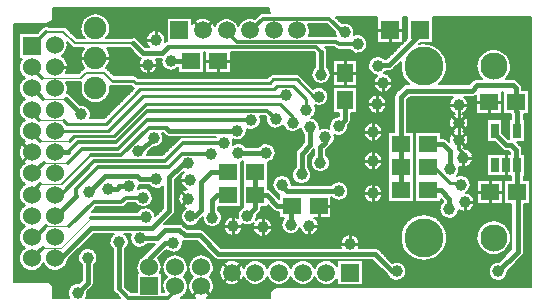
<source format=gbl>
%FSLAX24Y24*%
%MOIN*%
G04 EasyPC Gerber Version 16.0.6 Build 3249 *
%ADD19R,0.02756X0.05118*%
%ADD18R,0.05500X0.06000*%
%ADD71R,0.05906X0.05906*%
%ADD13R,0.06000X0.06000*%
%ADD17R,0.06000X0.06000*%
%ADD100C,0.00394*%
%ADD10C,0.00500*%
%ADD25C,0.00787*%
%ADD11C,0.01000*%
%ADD22C,0.01181*%
%ADD23C,0.01500*%
%ADD98C,0.03937*%
%ADD20C,0.05906*%
%ADD12C,0.06000*%
%ADD97C,0.07480*%
%ADD15C,0.09055*%
%ADD14C,0.12992*%
%ADD16R,0.06000X0.05500*%
X0Y0D02*
D02*
D10*
X555Y12739D02*
X446D01*
Y13589*
X1056*
X1233Y13767*
X1280Y13800*
X1334Y13818*
X1392Y13818*
X1446Y13801*
X1934*
X1997Y13788*
X2051Y13753*
X2396Y13407*
X2635*
X2566Y13500*
X2520Y13606*
X2499Y13721*
X2506Y13837*
X2539Y13948*
X2597Y14048*
X2676Y14133*
X2773Y14197*
X2882Y14236*
X2997Y14250*
X3113Y14236*
X3222Y14196*
X3319Y14133*
X3398Y14048*
X3456Y13948*
X3489Y13836*
X3496Y13721*
X3475Y13606*
X3429Y13500*
X3359Y13407*
X4143*
X4206Y13436*
X4275Y13442*
X4342Y13424*
X4399Y13384*
X4655Y13128*
X4783*
X4729Y13196*
X4695Y13275*
X4683Y13361*
X4696Y13452*
X4735Y13535*
X4795Y13604*
X4872Y13654*
X4959Y13680*
X5051*
X5139Y13654*
X5216Y13604*
X5276Y13535*
X5314Y13452*
X5327Y13361*
X5321Y13299*
X5372Y13319*
Y14096*
X6213*
Y13880*
X6276Y13966*
X6358Y14033*
X6454Y14077*
X6559Y14096*
X6664Y14088*
X6765Y14053*
X6853Y13995*
X6924Y13917*
X6974Y13823*
X7027Y13923*
X7105Y14004*
X7202Y14062*
X7311Y14092*
X7424*
X7533Y14062*
X7630Y14004*
X7708Y13923*
X7761Y13823*
X7815Y13923*
X7893Y14004*
X7990Y14062*
X8099Y14092*
X8211*
X8320Y14062*
X8458Y14200*
X8518Y14240*
X8588Y14254*
X8817*
X8797Y14308*
X8791Y14365*
Y14430*
X1594*
Y14148*
X1582Y14071*
X1546Y14001*
X1491Y13946*
X1421Y13911*
X1344Y13898*
X275*
Y5304*
X1344*
X1421Y5292*
X1491Y5256*
X1546Y5201*
X1582Y5131*
X1594Y5054*
Y4772*
X2130*
X2095Y4854*
X2085Y4943*
X2099Y5031*
X2137Y5111*
X2195Y5178*
X2270Y5227*
X2355Y5253*
X2444Y5255*
X2542Y5353*
Y5845*
X2476Y5915*
X2434Y6002*
X2420Y6097*
X2433Y6188*
X2471Y6271*
X2531Y6340*
X2608Y6390*
X2696Y6416*
X2787*
X2875Y6390*
X2952Y6340*
X3012Y6271*
X3050Y6188*
X3063Y6097*
X3049Y6002*
X3007Y5915*
X2942Y5845*
Y5270*
X2926Y5194*
X2883Y5129*
X2727Y4973*
X2727Y4903*
X2713Y4836*
X2684Y4772*
X3826*
X3710Y4888*
X3644Y4931*
X3600Y4996*
X3585Y5074*
Y6376*
X3524Y6440*
X3483Y6517*
X3464Y6602*
X3469Y6690*
X3497Y6773*
X3546Y6845*
X3614Y6901*
X2942*
X2082Y6041*
X2058Y5931*
X2005Y5831*
X1927Y5748*
X1831Y5689*
X1722Y5657*
X1609Y5655*
X1500Y5683*
X1401Y5739*
X1321Y5819*
X1265Y5917*
X1217Y5829*
X1149Y5755*
X1065Y5699*
X971Y5664*
X871Y5652*
X764Y5666*
X664Y5707*
X577Y5771*
X509Y5856*
X465Y5955*
X447Y6062*
X457Y6170*
X493Y6272*
X555Y6361*
X637Y6432*
X557Y6500*
X497Y6585*
X459Y6682*
X446Y6786*
X459Y6890*
X497Y6987*
X557Y7072*
X637Y7140*
X557Y7208*
X497Y7294*
X459Y7391*
X446Y7495*
X459Y7598*
X497Y7696*
X557Y7781*
X637Y7849*
X557Y7917*
X497Y8002*
X459Y8100*
X446Y8203*
X459Y8307*
X497Y8405*
X557Y8490*
X637Y8558*
X557Y8626*
X497Y8711*
X459Y8808*
X446Y8912*
X459Y9016*
X497Y9113*
X557Y9198*
X637Y9266*
X557Y9334*
X497Y9420*
X459Y9517*
X446Y9621*
X459Y9724*
X497Y9822*
X557Y9907*
X637Y9975*
X557Y10043*
X497Y10128*
X459Y10226*
X446Y10329*
X459Y10433*
X497Y10531*
X557Y10616*
X637Y10684*
X557Y10752*
X497Y10837*
X459Y10934*
X446Y11038*
X459Y11142*
X497Y11239*
X557Y11324*
X637Y11392*
X557Y11460*
X497Y11546*
X459Y11643*
X446Y11747*
X459Y11850*
X497Y11948*
X557Y12033*
X637Y12101*
X558Y12169*
X498Y12253*
X460Y12350*
X446Y12453*
X459Y12557*
X496Y12654*
X555Y12739*
X1594Y4814D02*
X2109D01*
X2705D02*
X3784D01*
X1594Y4862D02*
X2094D01*
X2720D02*
X3736D01*
X1594Y4910D02*
X2086D01*
X2728D02*
X3670D01*
X1594Y4958D02*
X2086D01*
X2728D02*
X3622D01*
X1594Y5006D02*
X2093D01*
X2760D02*
X3597D01*
X1594Y5054D02*
X2108D01*
X2808D02*
X3586D01*
X1589Y5102D02*
X2131D01*
X2856D02*
X3585D01*
X1575Y5150D02*
X2167D01*
X2901D02*
X3585D01*
X1548Y5198D02*
X2221D01*
X2928D02*
X3585D01*
X1504Y5246D02*
X2322D01*
X2940D02*
X3585D01*
X1413Y5294D02*
X2483D01*
X2942D02*
X3585D01*
X275Y5342D02*
X2531D01*
X2942D02*
X3585D01*
X275Y5390D02*
X2542D01*
X2942D02*
X3585D01*
X275Y5438D02*
X2542D01*
X2942D02*
X3585D01*
X275Y5486D02*
X2542D01*
X2942D02*
X3585D01*
X275Y5534D02*
X2542D01*
X2942D02*
X3585D01*
X275Y5582D02*
X2542D01*
X2942D02*
X3585D01*
X275Y5630D02*
X2542D01*
X2942D02*
X3585D01*
X275Y5678D02*
X725D01*
X1018D02*
X1513D01*
X1805D02*
X2542D01*
X2942D02*
X3585D01*
X275Y5726D02*
X632D01*
X1111D02*
X1419D01*
X1899D02*
X2542D01*
X2942D02*
X3585D01*
X275Y5775D02*
X573D01*
X1170D02*
X1361D01*
X1957D02*
X2542D01*
X2942D02*
X3585D01*
X275Y5823D02*
X531D01*
X1212D02*
X1319D01*
X1999D02*
X2542D01*
X2942D02*
X3585D01*
X275Y5871D02*
X500D01*
X1243D02*
X1288D01*
X2030D02*
X2513D01*
X2970D02*
X3585D01*
X275Y5919D02*
X477D01*
X2053D02*
X2474D01*
X3009D02*
X3585D01*
X275Y5967D02*
X461D01*
X2069D02*
X2447D01*
X3036D02*
X3585D01*
X275Y6015D02*
X451D01*
X2079D02*
X2430D01*
X3053D02*
X3585D01*
X275Y6063D02*
X447D01*
X2104D02*
X2422D01*
X3062D02*
X3585D01*
X275Y6111D02*
X448D01*
X2152D02*
X2420D01*
X3063D02*
X3585D01*
X275Y6159D02*
X454D01*
X2200D02*
X2426D01*
X3057D02*
X3585D01*
X275Y6207D02*
X467D01*
X2248D02*
X2439D01*
X3044D02*
X3585D01*
X275Y6255D02*
X485D01*
X2296D02*
X2461D01*
X3022D02*
X3585D01*
X275Y6303D02*
X511D01*
X2344D02*
X2494D01*
X2989D02*
X3585D01*
X275Y6351D02*
X546D01*
X2392D02*
X2544D01*
X2940D02*
X3585D01*
X275Y6399D02*
X593D01*
X2440D02*
X2630D01*
X2853D02*
X3559D01*
X275Y6447D02*
X615D01*
X2488D02*
X3519D01*
X275Y6495D02*
X562D01*
X2536D02*
X3492D01*
X275Y6543D02*
X523D01*
X2584D02*
X3475D01*
X275Y6591D02*
X494D01*
X2632D02*
X3465D01*
X275Y6639D02*
X473D01*
X2680D02*
X3463D01*
X275Y6687D02*
X458D01*
X2729D02*
X3468D01*
X275Y6735D02*
X450D01*
X2777D02*
X3481D01*
X275Y6783D02*
X446D01*
X2825D02*
X3503D01*
X275Y6831D02*
X449D01*
X2873D02*
X3535D01*
X275Y6879D02*
X457D01*
X2921D02*
X3583D01*
X275Y6927D02*
X471D01*
X275Y6975D02*
X491D01*
X275Y7023D02*
X519D01*
X275Y7071D02*
X556D01*
X275Y7119D02*
X608D01*
X275Y7167D02*
X600D01*
X275Y7215D02*
X551D01*
X275Y7264D02*
X515D01*
X275Y7312D02*
X488D01*
X275Y7360D02*
X469D01*
X275Y7408D02*
X456D01*
X275Y7456D02*
X448D01*
X275Y7504D02*
X446D01*
X275Y7552D02*
X450D01*
X275Y7600D02*
X460D01*
X275Y7648D02*
X475D01*
X275Y7696D02*
X497D01*
X275Y7744D02*
X527D01*
X275Y7792D02*
X568D01*
X275Y7840D02*
X623D01*
X275Y7888D02*
X587D01*
X275Y7936D02*
X541D01*
X275Y7984D02*
X508D01*
X275Y8032D02*
X483D01*
X275Y8080D02*
X465D01*
X275Y8128D02*
X453D01*
X275Y8176D02*
X447D01*
X275Y8224D02*
X447D01*
X275Y8272D02*
X452D01*
X275Y8320D02*
X463D01*
X275Y8368D02*
X480D01*
X275Y8416D02*
X504D01*
X275Y8464D02*
X536D01*
X275Y8512D02*
X580D01*
X275Y8560D02*
X633D01*
X275Y8608D02*
X574D01*
X275Y8656D02*
X532D01*
X275Y8704D02*
X501D01*
X275Y8752D02*
X478D01*
X275Y8801D02*
X461D01*
X275Y8849D02*
X451D01*
X275Y8897D02*
X447D01*
X275Y8945D02*
X448D01*
X275Y8993D02*
X454D01*
X275Y9041D02*
X466D01*
X275Y9089D02*
X485D01*
X275Y9137D02*
X511D01*
X275Y9185D02*
X545D01*
X275Y9233D02*
X593D01*
X275Y9281D02*
X616D01*
X275Y9329D02*
X563D01*
X275Y9377D02*
X523D01*
X275Y9425D02*
X494D01*
X275Y9473D02*
X473D01*
X275Y9521D02*
X458D01*
X275Y9569D02*
X450D01*
X275Y9617D02*
X446D01*
X275Y9665D02*
X449D01*
X275Y9713D02*
X457D01*
X275Y9761D02*
X470D01*
X275Y9809D02*
X490D01*
X275Y9857D02*
X518D01*
X275Y9905D02*
X556D01*
X275Y9953D02*
X607D01*
X275Y10001D02*
X601D01*
X275Y10049D02*
X552D01*
X275Y10097D02*
X515D01*
X275Y10145D02*
X488D01*
X275Y10193D02*
X469D01*
X275Y10241D02*
X456D01*
X275Y10289D02*
X448D01*
X275Y10338D02*
X446D01*
X275Y10386D02*
X450D01*
X275Y10434D02*
X459D01*
X275Y10482D02*
X475D01*
X275Y10530D02*
X497D01*
X275Y10578D02*
X526D01*
X275Y10626D02*
X567D01*
X275Y10674D02*
X622D01*
X275Y10722D02*
X588D01*
X275Y10770D02*
X542D01*
X275Y10818D02*
X508D01*
X275Y10866D02*
X483D01*
X275Y10914D02*
X465D01*
X275Y10962D02*
X453D01*
X275Y11010D02*
X447D01*
X275Y11058D02*
X447D01*
X275Y11106D02*
X452D01*
X275Y11154D02*
X463D01*
X275Y11202D02*
X479D01*
X275Y11250D02*
X503D01*
X275Y11298D02*
X535D01*
X275Y11346D02*
X579D01*
X275Y11394D02*
X634D01*
X275Y11442D02*
X575D01*
X275Y11490D02*
X533D01*
X275Y11538D02*
X501D01*
X275Y11586D02*
X478D01*
X275Y11634D02*
X462D01*
X275Y11682D02*
X451D01*
X275Y11730D02*
X447D01*
X275Y11778D02*
X448D01*
X275Y11826D02*
X454D01*
X275Y11875D02*
X466D01*
X275Y11923D02*
X485D01*
X275Y11971D02*
X510D01*
X275Y12019D02*
X545D01*
X275Y12067D02*
X592D01*
X275Y12115D02*
X617D01*
X275Y12163D02*
X563D01*
X275Y12211D02*
X524D01*
X275Y12259D02*
X495D01*
X275Y12307D02*
X473D01*
X275Y12355D02*
X459D01*
X275Y12403D02*
X450D01*
X275Y12451D02*
X446D01*
X275Y12499D02*
X449D01*
X275Y12547D02*
X456D01*
X275Y12595D02*
X470D01*
X275Y12643D02*
X490D01*
X275Y12691D02*
X518D01*
X275Y12739D02*
X446D01*
X275Y12787D02*
X446D01*
X275Y12835D02*
X446D01*
X275Y12883D02*
X446D01*
X275Y12931D02*
X446D01*
X275Y12979D02*
X446D01*
X275Y13027D02*
X446D01*
X275Y13075D02*
X446D01*
X275Y13123D02*
X446D01*
X275Y13171D02*
X446D01*
X4612D02*
X4745D01*
X275Y13219D02*
X446D01*
X4564D02*
X4716D01*
X275Y13267D02*
X446D01*
X4516D02*
X4697D01*
X275Y13315D02*
X446D01*
X4467D02*
X4687D01*
X5324D02*
X5359D01*
X275Y13364D02*
X446D01*
X4419D02*
X4683D01*
X5327D02*
X5372D01*
X275Y13412D02*
X446D01*
X2392D02*
X2631D01*
X3363D02*
X4150D01*
X4365D02*
X4687D01*
X5323D02*
X5372D01*
X275Y13460D02*
X446D01*
X2344D02*
X2592D01*
X3403D02*
X4699D01*
X5312D02*
X5372D01*
X275Y13508D02*
X446D01*
X2296D02*
X2562D01*
X3433D02*
X4719D01*
X5292D02*
X5372D01*
X275Y13556D02*
X446D01*
X2248D02*
X2538D01*
X3457D02*
X4749D01*
X5262D02*
X5372D01*
X275Y13604D02*
X1070D01*
X2200D02*
X2521D01*
X3474D02*
X4794D01*
X5217D02*
X5372D01*
X275Y13652D02*
X1118D01*
X2152D02*
X2508D01*
X3487D02*
X4867D01*
X5143D02*
X5372D01*
X275Y13700D02*
X1166D01*
X2104D02*
X2501D01*
X3494D02*
X5372D01*
X275Y13748D02*
X1214D01*
X2056D02*
X2498D01*
X3496D02*
X5372D01*
X275Y13796D02*
X1271D01*
X1975D02*
X2500D01*
X3494D02*
X5372D01*
X275Y13844D02*
X2507D01*
X3488D02*
X5372D01*
X6965D02*
X6982D01*
X7753D02*
X7770D01*
X275Y13892D02*
X2519D01*
X3476D02*
X5372D01*
X6213D02*
X6220D01*
X6941D02*
X7007D01*
X7728D02*
X7794D01*
X1482Y13940D02*
X2536D01*
X3459D02*
X5372D01*
X6213D02*
X6253D01*
X6907D02*
X7040D01*
X7695D02*
X7828D01*
X1536Y13988D02*
X2558D01*
X3436D02*
X5372D01*
X6213D02*
X6299D01*
X6862D02*
X7086D01*
X7649D02*
X7873D01*
X1567Y14036D02*
X2588D01*
X3407D02*
X5372D01*
X6213D02*
X6363D01*
X6797D02*
X7151D01*
X7584D02*
X7938D01*
X1585Y14084D02*
X2626D01*
X3369D02*
X5372D01*
X6213D02*
X6480D01*
X6681D02*
X7267D01*
X7468D02*
X8054D01*
X8255D02*
X8342D01*
X1593Y14132D02*
X2676D01*
X3319D02*
X8390D01*
X1594Y14180D02*
X2743D01*
X3252D02*
X8438D01*
X1594Y14228D02*
X2852D01*
X3143D02*
X8494D01*
X1594Y14276D02*
X8807D01*
X1594Y14324D02*
X8794D01*
X1594Y14372D02*
X8791D01*
X1594Y14420D02*
X8791D01*
X1886Y12824D02*
X1969Y12754D01*
X2032Y12664*
X2069Y12562*
X2080Y12453*
X2062Y12345*
X2018Y12246*
X2437*
X2566Y12375*
X2595Y12398*
X2629Y12414*
X2559Y12512*
X2515Y12625*
X2498Y12745*
X2512Y12865*
X2553Y12978*
X2621Y13078*
X2328*
X2265Y13091*
X2212Y13127*
X2059Y13279*
X2072Y13177*
X2060Y13074*
X2023Y12977*
X1964Y12892*
X1886Y12824*
X2019Y12248D02*
X2439D01*
X2044Y12296D02*
X2487D01*
X2062Y12344D02*
X2535D01*
X2073Y12392D02*
X2586D01*
X2079Y12440D02*
X2607D01*
X2079Y12488D02*
X2573D01*
X2074Y12536D02*
X2547D01*
X2064Y12584D02*
X2527D01*
X2047Y12632D02*
X2513D01*
X2023Y12680D02*
X2503D01*
X1990Y12728D02*
X2499D01*
X1947Y12776D02*
X2499D01*
X1886Y12824D02*
X2504D01*
X1944Y12872D02*
X2513D01*
X1987Y12920D02*
X2528D01*
X2018Y12968D02*
X2548D01*
X2041Y13016D02*
X2575D01*
X2057Y13064D02*
X2609D01*
X2067Y13112D02*
X2228D01*
X2072Y13160D02*
X2178D01*
X2071Y13208D02*
X2130D01*
X2064Y13256D02*
X2082D01*
X2029Y11956D02*
X2066Y11869D01*
X2083Y11775*
X2079Y11680*
X2053Y11588*
X2108Y11569*
X2155Y11534*
X2488Y11200*
X2586Y11197*
X2678Y11164*
X2756Y11105*
X2813Y11025*
X2843Y10932*
X2844Y10834*
X2815Y10741*
X3279*
X4293Y11754*
X4250Y11772*
X4212Y11800*
X4185Y11828*
X3549*
X3489Y11838*
X3495Y11714*
X3471Y11592*
X3417Y11480*
X3337Y11385*
X3236Y11313*
X3121Y11267*
X2997Y11252*
X2877Y11266*
X2763Y11310*
X2664Y11380*
X2584Y11471*
X2529Y11580*
X2501Y11698*
X2503Y11820*
X2534Y11937*
X2489Y11941*
X2447Y11956*
X2029*
X2822Y10756D02*
X3294D01*
X2838Y10804D02*
X3342D01*
X2846Y10852D02*
X3390D01*
X2846Y10900D02*
X3438D01*
X2840Y10948D02*
X3486D01*
X2826Y10996D02*
X3534D01*
X2802Y11044D02*
X3582D01*
X2768Y11092D02*
X3630D01*
X2716Y11140D02*
X3679D01*
X2621Y11188D02*
X3727D01*
X2453Y11236D02*
X3775D01*
X2404Y11284D02*
X2821D01*
X3174D02*
X3823D01*
X2356Y11332D02*
X2726D01*
X3269D02*
X3871D01*
X2308Y11380D02*
X2663D01*
X3331D02*
X3919D01*
X2260Y11428D02*
X2617D01*
X3378D02*
X3967D01*
X2212Y11476D02*
X2581D01*
X3414D02*
X4015D01*
X2164Y11524D02*
X2553D01*
X3442D02*
X4063D01*
X2101Y11572D02*
X2531D01*
X3463D02*
X4111D01*
X2065Y11620D02*
X2516D01*
X3479D02*
X4159D01*
X2077Y11668D02*
X2505D01*
X3490D02*
X4207D01*
X2083Y11716D02*
X2500D01*
X3495D02*
X4255D01*
X2083Y11764D02*
X2499D01*
X3496D02*
X4264D01*
X2079Y11812D02*
X2502D01*
X3493D02*
X4200D01*
X2068Y11860D02*
X2511D01*
X2052Y11908D02*
X2524D01*
X2871Y7620D02*
X4394D01*
X4450Y7690*
X4523Y7741*
X4607Y7771*
X4696Y7776*
X4783Y7757*
X4862Y7714*
X4926Y7652*
X4970Y7574*
X4991Y7488*
X5258Y7755*
Y8493*
X5186Y8437*
X5101Y8403*
X5010Y8394*
X4921Y8411*
X4839Y8452*
X4773Y8515*
X4494*
X4438Y8523*
X4441Y8479*
X4426Y8381*
X4515Y8418*
X4612Y8426*
X4706Y8406*
X4791Y8358*
X4857Y8288*
X4899Y8201*
X4914Y8105*
X4901Y8016*
X4864Y7933*
X4806Y7864*
X4731Y7815*
X4644Y7787*
X4554Y7785*
X4467Y7808*
X4389Y7855*
X4328Y7921*
X4078*
X3994Y7837*
X3934Y7797*
X3864Y7783*
X3034*
X2871Y7620*
X4985Y7524D02*
X5027D01*
X4971Y7572D02*
X5075D01*
X2871Y7620D02*
X4394D01*
X4947D02*
X5123D01*
X2919Y7668D02*
X4429D01*
X4912D02*
X5171D01*
X2967Y7716D02*
X4482D01*
X4860D02*
X5219D01*
X3015Y7764D02*
X4579D01*
X4763D02*
X5258D01*
X3962Y7812D02*
X4459D01*
X4725D02*
X5258D01*
X4017Y7860D02*
X4383D01*
X4801D02*
X5258D01*
X4065Y7908D02*
X4337D01*
X4846D02*
X5258D01*
X4877Y7956D02*
X5258D01*
X4898Y8004D02*
X5258D01*
X4909Y8052D02*
X5258D01*
X4914Y8100D02*
X5258D01*
X4911Y8148D02*
X5258D01*
X4901Y8196D02*
X5258D01*
X4882Y8244D02*
X5258D01*
X4854Y8292D02*
X5258D01*
X4812Y8340D02*
X5258D01*
X4428Y8388D02*
X4439D01*
X4745D02*
X5258D01*
X4439Y8436D02*
X4864D01*
X5186D02*
X5258D01*
X4441Y8484D02*
X4801D01*
X5249D02*
X5258D01*
X3360Y12408D02*
X3409Y12375D01*
X3606Y12178*
X4257*
X4324Y12164*
X4381Y12126*
X4409Y12099*
X8732*
X8799Y12166*
X8856Y12204*
X8923Y12217*
X9710*
X9777Y12204*
X9834Y12166*
X10260Y11739*
X10350Y11781*
X10448Y11793*
X10545Y11775*
X10632Y11728*
X10701Y11657*
X10745Y11569*
X10760Y11471*
X10748Y11382*
X10711Y11300*
X10654Y11232*
X10579Y11182*
X10494Y11154*
X10404Y11151*
X10317Y11173*
X10343Y11085*
X10344Y10993*
X10318Y10905*
X10268Y10828*
X10199Y10767*
X10285Y10745*
X10362Y10700*
X10424Y10636*
X10465Y10557*
X10484Y10470*
X10478Y10382*
X10553Y10418*
X10635Y10434*
X10718Y10428*
X10797Y10402*
X10786Y10499*
X10804Y10595*
X10851Y10681*
X10921Y10749*
X11008Y10793*
X11105Y10809*
Y10931*
X10905*
Y11781*
X11705*
Y10931*
X11505*
Y10684*
X11489Y10607*
X11446Y10542*
X11427Y10524*
X11424Y10426*
X11391Y10333*
X11331Y10255*
X11251Y10199*
X11157Y10169*
X11059Y10169*
X10965Y10198*
X10977Y10119*
X10968Y10039*
X10940Y9963*
X10894Y9897*
X10833Y9845*
X10796Y9794*
X10697Y9695*
Y9519*
X10763Y9448*
X10805Y9362*
X10819Y9266*
X10806Y9176*
X10768Y9092*
X10708Y9023*
X10631Y8974*
X10543Y8948*
X10452*
X10364Y8974*
X10287Y9023*
X10227Y9092*
X10189Y9176*
X10176Y9266*
X10190Y9362*
X10232Y9448*
X10297Y9519*
Y9709*
X10068Y9479*
Y9125*
X10133Y9055*
X10175Y8968*
X10189Y8873*
X10176Y8782*
X10138Y8699*
X10078Y8630*
X10001Y8580*
X9913Y8554*
X9822*
X9734Y8580*
X9657Y8629*
X9597Y8699*
X9559Y8782*
X9546Y8873*
X9560Y8968*
X9602Y9055*
X9668Y9125*
Y9562*
X9683Y9638*
X9726Y9703*
X9963Y9940*
Y10195*
X9901Y10261*
X9859Y10340*
X9841Y10429*
X9780Y10359*
X9700Y10310*
X9610Y10285*
X9517Y10288*
X9428Y10317*
X9352Y10371*
X9294Y10444*
X9259Y10530*
X9187Y10461*
X9098Y10416*
X8999Y10401*
X8900Y10418*
X8811Y10464*
X8740Y10535*
X8695Y10624*
X8680Y10723*
X8685Y10780*
X8650Y10815*
X8488*
X8513Y10729*
X8513Y10639*
X8489Y10553*
X8441Y10478*
X8375Y10418*
X8295Y10378*
X8207Y10362*
X8118Y10371*
X8035Y10404*
X8043Y10313*
X8025Y10223*
X7983Y10141*
X7919Y10075*
X7839Y10030*
X7750Y10009*
X7659Y10014*
X7572Y10045*
X7590Y9958*
X7584Y9870*
X7670Y9910*
X7765Y9923*
X7859Y9908*
X7944Y9866*
X8013Y9801*
X8434*
X8507Y9868*
X8597Y9910*
X8695Y9923*
X8792Y9905*
X8880Y9858*
X8949Y9788*
X8993Y9699*
X9008Y9601*
X8996Y9515*
X8962Y9435*
X8907Y9367*
X8836Y9316*
X8754Y9286*
Y8378*
X8805Y8358*
X8848Y8325*
X9111Y8062*
Y8229*
X9127*
X9051Y8263*
X8987Y8314*
X8938Y8380*
X8907Y8456*
X8896Y8538*
X8909Y8629*
X8947Y8712*
X9007Y8781*
X9084Y8831*
X9172Y8857*
X9264*
X9352Y8831*
X9429Y8781*
X9489Y8712*
X9527Y8629*
X9540Y8538*
X9539Y8522*
X10856*
X10928Y8589*
X11018Y8631*
X11116Y8643*
X11214Y8626*
X11301Y8579*
X11370Y8508*
X11414Y8419*
X11430Y8322*
X11415Y8225*
X11371Y8137*
X11303Y8066*
X11217Y8019*
X11121Y8000*
X11024Y8011*
X10934Y8051*
X10861Y8115*
Y7429*
X10300*
X10360Y7378*
X10407Y7313*
X10435Y7239*
X10445Y7160*
X10432Y7068*
X10393Y6984*
X10332Y6915*
X10253Y6866*
X10164Y6841*
X10071Y6843*
X9983Y6870*
X9906Y6922*
X9848Y6994*
X9812Y7080*
X9762Y6995*
X9688Y6930*
X9599Y6889*
X9501Y6878*
X9405Y6897*
X9318Y6943*
X9250Y7014*
X9206Y7102*
X9191Y7200*
X9203Y7284*
X9236Y7362*
X9288Y7429*
X9111*
Y7629*
X9060*
X8984Y7645*
X8919Y7688*
X8754Y7853*
Y7784*
X8529*
Y7768*
X8514Y7691*
X8471Y7626*
X8376Y7532*
X8374Y7440*
X8345Y7353*
X8422Y7407*
X8510Y7437*
X8604Y7441*
X8694Y7417*
X8774Y7368*
X8837Y7298*
X8876Y7213*
X8890Y7121*
X8877Y7030*
X8839Y6947*
X8779Y6878*
X8702Y6828*
X8614Y6802*
X8523*
X8435Y6828*
X8358Y6878*
X8298Y6947*
X8259Y7030*
X8246Y7121*
X8255Y7194*
X8279Y7263*
X8213Y7214*
X8137Y7183*
X8055Y7173*
X7973Y7184*
X7897Y7215*
X7906Y7140*
X7893Y7050*
X7855Y6966*
X7795Y6897*
X7718Y6848*
X7630Y6822*
X7538*
X7450Y6848*
X7373Y6897*
X7313Y6966*
X7275Y7050*
X7262Y7140*
X7276Y7235*
X7318Y7321*
X7383Y7392*
X7465Y7440*
X7559Y7461*
X7654Y7455*
X7743Y7420*
X7735Y7506*
X7750Y7592*
X7786Y7670*
X7843Y7736*
X7915Y7784*
X7904*
Y9313*
X7854Y9293*
Y7784*
X7095*
Y7688*
X7161Y7618*
X7203Y7531*
X7217Y7436*
X7204Y7345*
X7166Y7262*
X7106Y7193*
X7029Y7143*
X6941Y7117*
X6849*
X6761Y7143*
X6684Y7192*
X6624Y7262*
X6586Y7345*
X6573Y7436*
X6574Y7462*
X6465Y7352*
X6414Y7268*
X6340Y7204*
X6250Y7164*
X6153Y7153*
X6057Y7172*
X5971Y7219*
X5903Y7290*
X5859Y7378*
X5845Y7475*
X5856Y7559*
X5888Y7636*
X5939Y7703*
X6006Y7754*
X5915Y7794*
X5840Y7860*
X5789Y7945*
X5767Y8042*
X5775Y8141*
X5813Y8233*
X5878Y8309*
X5962Y8362*
X6059Y8386*
X5977Y8422*
X5909Y8479*
X5858Y8553*
X5830Y8638*
X5827Y8727*
X5848Y8813*
X5891Y8891*
X5955Y8954*
X5932Y8965*
X5658Y8691*
Y7672*
X5643Y7595*
X5599Y7531*
X5289Y7220*
X5320Y7222*
X5793*
X5869Y7207*
X5934Y7164*
X6053Y7045*
X6482*
X6558Y7030*
X6623Y6987*
X7175Y6435*
X11189*
X11167Y6501*
X11160Y6570*
X11173Y6660*
X11211Y6744*
X11271Y6813*
X11348Y6862*
X11436Y6888*
X11527*
X11615Y6862*
X11692Y6813*
X11752Y6744*
X11791Y6660*
X11804Y6570*
X11796Y6501*
X11774Y6435*
X12308*
X12385Y6420*
X12450Y6376*
X12893Y5933*
X12982Y5962*
X13075Y5964*
X13165Y5940*
X13244Y5891*
X13306Y5821*
X13345Y5737*
X13359Y5644*
X13344Y5547*
X13301Y5460*
X13233Y5389*
X13147Y5342*
X13051Y5323*
X12953Y5333*
X12863Y5373*
X12790Y5438*
X12739Y5522*
X12226Y6035*
X7092*
X7015Y6050*
X6951Y6094*
X6399Y6645*
X5970*
X5911Y6654*
X5917Y6562*
X5896Y6472*
X5850Y6392*
X5784Y6328*
X5702Y6285*
X5612Y6268*
X5520Y6276*
X5434Y6311*
X5362Y6368*
X5083Y6089*
X5153Y6001*
X5198Y5899*
X5214Y5788*
X5200Y5676*
X5158Y5573*
X5209*
Y4943*
X5285*
X5243Y5049*
X5230Y5163*
X5248Y5276*
X5296Y5380*
X5370Y5467*
X5311Y5533*
X5266Y5610*
X5239Y5694*
X5230Y5782*
X5244Y5892*
X5287Y5995*
X5354Y6083*
X5442Y6150*
X5545Y6193*
X5655Y6207*
X5765Y6193*
X5867Y6150*
X5955Y6083*
X6023Y5995*
X6065Y5892*
X6080Y5782*
X6071Y5694*
X6043Y5610*
X5999Y5533*
X5940Y5467*
X6008Y5389*
X6054Y5298*
X6077Y5198*
X6076Y5095*
X6050Y4995*
X6001Y4905*
X5931Y4829*
X5845Y4772*
X6331*
X6245Y4829*
X6175Y4905*
X6126Y4995*
X6100Y5095*
X6099Y5198*
X6122Y5298*
X6168Y5389*
X6236Y5467*
X6177Y5533*
X6133Y5610*
X6105Y5694*
X6096Y5782*
X6111Y5892*
X6153Y5995*
X6221Y6083*
X6309Y6150*
X6411Y6193*
X6521Y6207*
X6631Y6193*
X6734Y6150*
X6822Y6083*
X6889Y5995*
X6932Y5892*
X6946Y5782*
X6937Y5694*
X6910Y5610*
X6866Y5533*
X6806Y5467*
X6874Y5389*
X6920Y5298*
X6944Y5198*
X6942Y5095*
X6916Y4995*
X6867Y4905*
X6797Y4829*
X6712Y4772*
X8810*
Y4857*
X8823Y4934*
X8858Y5004*
X8914Y5059*
X8983Y5095*
X9060Y5107*
X17511*
Y14115*
X14249*
Y13271*
X13820*
X13782Y13233*
X13928Y13250*
X14073Y13239*
X14215Y13200*
X14346Y13136*
X14463Y13049*
X14562Y12940*
X14638Y12816*
X14690Y12679*
X14715Y12535*
X14712Y12389*
X14682Y12245*
X14626Y12110*
X14545Y11989*
X14443Y11884*
X15447*
X15561Y11998*
X15606Y12032*
X15658Y12054*
X15714Y12061*
X15872*
X15793Y12157*
X15736Y12267*
X15704Y12387*
X15698Y12511*
X15719Y12634*
X15766Y12749*
X15836Y12851*
X15927Y12936*
X16034Y13000*
X16151Y13040*
X16275Y13053*
X16399Y13040*
X16516Y13000*
X16623Y12936*
X16714Y12851*
X16784Y12749*
X16831Y12634*
X16852Y12511*
X16846Y12387*
X16814Y12267*
X16757Y12157*
X16678Y12061*
X16915*
X16971Y12054*
X17023Y12032*
X17067Y11998*
X17166Y11899*
X17200Y11855*
X17222Y11803*
X17229Y11747*
Y11674*
X17435*
Y10874*
X17268*
Y10710*
X17315*
Y9949*
X17047*
X17174Y9821*
X17218Y9756*
X17233Y9680*
Y9569*
X17315*
Y8807*
X17268*
Y8682*
X17475*
Y7882*
X17288*
Y6294*
X17281Y6238*
X17259Y6186*
X17225Y6141*
X16744Y5661*
X16744Y5644*
X16731Y5554*
X16693Y5470*
X16633Y5401*
X16556Y5352*
X16468Y5326*
X16377*
X16289Y5352*
X16212Y5401*
X16152Y5470*
X16114Y5554*
X16101Y5644*
X16112Y5730*
X16147Y5810*
X16201Y5878*
X16271Y5928*
X16353Y5959*
X16439Y5966*
X16856Y6383*
Y7882*
X16625*
Y8682*
X16837*
Y8807*
X16042*
Y9569*
X16833*
Y9597*
X16773Y9657*
X16679*
X16602Y9672*
X16537Y9716*
X16304Y9949*
X16042*
Y10710*
X16567*
Y10251*
X16761Y10057*
X16790*
Y10710*
X16837*
Y10871*
X16834Y10874*
X16585*
Y11629*
X16535*
Y10874*
X15685*
Y11512*
X15617Y11468*
X15537Y11452*
X15298*
X15365Y11384*
X15409Y11299*
X15425Y11205*
X15414Y11110*
X15375Y11023*
X15313Y10951*
X15232Y10900*
X15309Y10853*
X15370Y10786*
X15410Y10705*
X15425Y10616*
X15416Y10527*
X15382Y10443*
X15326Y10372*
X15252Y10320*
X15324Y10268*
X15380Y10200*
X15414Y10118*
X15426Y10031*
X15412Y9943*
X15376Y9863*
X15319Y9795*
X15246Y9745*
X15332Y9738*
X15413Y9708*
X15483Y9657*
X15537Y9589*
X15571Y9510*
X15583Y9424*
X15570Y9332*
X15530Y9248*
X15469Y9178*
X15390Y9129*
X15300Y9104*
X15207Y9107*
X15119Y9135*
X15130Y9053*
X15120Y8971*
X15090Y8894*
X15041Y8827*
X15133Y8856*
X15230Y8856*
X15323Y8828*
X15403Y8773*
X15463Y8696*
X15497Y8606*
X15503Y8509*
X15480Y8415*
X15429Y8332*
X15356Y8267*
X15447Y8243*
X15527Y8195*
X15589Y8125*
X15629Y8040*
X15642Y7948*
X15629Y7857*
X15591Y7774*
X15531Y7705*
X15455Y7655*
X15367Y7629*
X15276Y7629*
X15188Y7654*
X15111Y7703*
X15093Y7605*
X15045Y7517*
X14973Y7448*
X14884Y7404*
X14785Y7389*
X14686Y7406*
X14598Y7452*
X14527Y7523*
X14482Y7613*
X14467Y7711*
X14481Y7806*
X14523Y7893*
X14589Y7964*
Y7983*
X14502Y8069*
Y7941*
X13652*
Y10277*
X14502*
Y10077*
X14592*
X14668Y10061*
X14733Y10018*
X14790Y9961*
X14782Y10045*
X14796Y10129*
X14832Y10206*
X14886Y10271*
X14955Y10320*
X14882Y10372*
X14826Y10443*
X14792Y10527*
X14782Y10616*
X14798Y10705*
X14838Y10786*
X14899Y10853*
X14976Y10900*
X14895Y10951*
X14832Y11023*
X14793Y11110*
X14782Y11205*
X14799Y11299*
X14843Y11384*
X14910Y11452*
X13481*
X13393Y11365*
Y10277*
X13602*
Y7941*
X12752*
Y10277*
X12962*
Y11454*
X12969Y11510*
X12991Y11562*
X13025Y11607*
X13239Y11821*
X13283Y11855*
X13335Y11876*
X13391Y11884*
X13442*
X13344Y11983*
X13266Y12097*
X13210Y12224*
X13176Y12359*
X13168Y12497*
X13184Y12635*
X12922Y12373*
X12857Y12330*
X12781Y12314*
X12674*
X12610Y12245*
X12703Y12223*
X12785Y12175*
X12850Y12105*
X12892Y12019*
X12906Y11924*
X12893Y11833*
X12855Y11750*
X12795Y11681*
X12718Y11631*
X12630Y11605*
X12538*
X12450Y11631*
X12373Y11681*
X12313Y11750*
X12275Y11833*
X12262Y11924*
X12276Y12018*
X12317Y12104*
X12381Y12174*
X12288Y12196*
X12206Y12244*
X12141Y12314*
X12099Y12400*
X12085Y12495*
X12099Y12590*
X12141Y12676*
X12206Y12746*
X12289Y12794*
X12382Y12816*
X12478Y12809*
X12567Y12774*
X12642Y12714*
X12698*
X13399Y13416*
Y14115*
X13249*
Y13271*
X12399*
Y14115*
X11008*
X11201Y13922*
X11288Y13938*
X11376Y13931*
X11459Y13899*
X11530Y13847*
X11584Y13776*
X11617Y13694*
X11626Y13606*
X11611Y13519*
X11699Y13543*
X11789Y13541*
X11875Y13514*
X11951Y13464*
X12010Y13395*
X12047Y13313*
X12059Y13223*
X12047Y13134*
X12010Y13051*
X11951Y12983*
X11876Y12933*
X11790Y12906*
X11700Y12904*
X11613Y12927*
X11535Y12973*
X11474Y13039*
X11108*
X11037Y13053*
X10978Y13093*
X10953Y13118*
X10649*
X10686Y13075*
X10709Y13023*
X10717Y12967*
Y12452*
X10783Y12381*
X10825Y12295*
X10839Y12200*
X10826Y12109*
X10788Y12026*
X10728Y11956*
X10651Y11907*
X10563Y11881*
X10471*
X10383Y11907*
X10306Y11956*
X10246Y12026*
X10208Y12109*
X10195Y12200*
X10210Y12295*
X10252Y12381*
X10317Y12452*
Y12907*
X10283Y12941*
X7514*
Y12252*
X6664*
Y12941*
X6614*
Y12252*
X5764*
Y12446*
X5693Y12383*
X5606Y12343*
X5511Y12330*
X5417Y12346*
X5331Y12389*
X5262Y12456*
X5216Y12539*
X5196Y12633*
X5204Y12728*
X5006*
X5042Y12669*
X5064Y12603*
X5071Y12534*
X5058Y12444*
X5020Y12360*
X4960Y12291*
X4883Y12241*
X4795Y12216*
X4704*
X4616Y12241*
X4539Y12291*
X4479Y12360*
X4441Y12444*
X4428Y12534*
X4436Y12608*
X4462Y12678*
X4502Y12740*
X4464Y12760*
X4431Y12786*
X4139Y13078*
X3374*
X3442Y12977*
X3484Y12862*
X3496Y12741*
X3479Y12620*
X3433Y12507*
X3360Y12408*
X7938Y5458D02*
X7889Y5364D01*
X7818Y5286*
X7729Y5227*
X7629Y5193*
X7523Y5185*
X7418Y5204*
X7322Y5249*
X7240Y5316*
X7177Y5401*
X7138Y5500*
X7124Y5605*
X7138Y5710*
X7177Y5809*
X7240Y5894*
X7322Y5961*
X7418Y6006*
X7523Y6025*
X7629Y6017*
X7729Y5983*
X7818Y5925*
X7889Y5846*
X7938Y5752*
X7992Y5852*
X8070Y5933*
X8167Y5991*
X8276Y6021*
X8389*
X8497Y5991*
X8594Y5933*
X8672Y5852*
X8726Y5752*
X8779Y5852*
X8857Y5933*
X8954Y5991*
X9063Y6021*
X9176*
X9285Y5991*
X9382Y5933*
X9460Y5852*
X9513Y5752*
X9567Y5852*
X9645Y5933*
X9741Y5991*
X9850Y6021*
X9963*
X10072Y5991*
X10169Y5933*
X10247Y5852*
X10301Y5752*
X10350Y5846*
X10421Y5924*
X10510Y5983*
X10610Y6017*
X10716Y6025*
X10820Y6006*
X10916Y5962*
X10999Y5895*
X11061Y5810*
Y6025*
X11902*
Y5185*
X11061*
Y5400*
X10999Y5315*
X10916Y5248*
X10820Y5204*
X10716Y5185*
X10610Y5193*
X10510Y5227*
X10421Y5286*
X10350Y5364*
X10301Y5458*
X10247Y5358*
X10169Y5277*
X10072Y5219*
X9963Y5189*
X9850*
X9742Y5219*
X9645Y5277*
X9567Y5358*
X9513Y5458*
X9460Y5358*
X9382Y5277*
X9285Y5219*
X9176Y5189*
X9063*
X8954Y5219*
X8857Y5277*
X8779Y5358*
X8726Y5458*
X8672Y5358*
X8594Y5277*
X8497Y5219*
X8389Y5189*
X8276*
X8167Y5219*
X8070Y5277*
X7992Y5358*
X7938Y5458*
X11705Y12681D02*
Y11831D01*
X10905*
Y12681*
X11705*
X11928Y8243D02*
X11941Y8334D01*
X11979Y8417*
X12039Y8486*
X12116Y8536*
X12204Y8561*
X12295*
X12383Y8536*
X12460Y8486*
X12520Y8417*
X12558Y8334*
X12571Y8243*
X12558Y8152*
X12520Y8069*
X12460Y8000*
X12383Y7950*
X12295Y7924*
X12204*
X12116Y7950*
X12039Y8000*
X11979Y8069*
X11941Y8152*
X11928Y8243*
Y9326D02*
X11941Y9416D01*
X11979Y9500*
X12039Y9569*
X12116Y9618*
X12204Y9644*
X12295*
X12383Y9618*
X12460Y9569*
X12520Y9500*
X12558Y9416*
X12571Y9326*
X12558Y9235*
X12520Y9151*
X12460Y9082*
X12383Y9033*
X12295Y9007*
X12204*
X12116Y9033*
X12039Y9082*
X11979Y9151*
X11941Y9235*
X11928Y9326*
Y10290D02*
X11941Y10381D01*
X11979Y10464*
X12039Y10533*
X12116Y10583*
X12204Y10609*
X12295*
X12383Y10583*
X12460Y10533*
X12520Y10464*
X12558Y10381*
X12571Y10290*
X12558Y10199*
X12520Y10116*
X12460Y10047*
X12383Y9997*
X12295Y9971*
X12204*
X12116Y9997*
X12039Y10047*
X11979Y10116*
X11941Y10199*
X11928Y10290*
X12065Y11215D02*
X12078Y11306D01*
X12116Y11389*
X12176Y11459*
X12254Y11508*
X12341Y11534*
X12433*
X12521Y11508*
X12598Y11459*
X12658Y11389*
X12696Y11306*
X12709Y11215*
X12696Y11125*
X12658Y11041*
X12598Y10972*
X12521Y10923*
X12433Y10897*
X12341*
X12254Y10922*
X12176Y10972*
X12116Y11041*
X12078Y11125*
X12065Y11215*
X13942Y5992D02*
X13791Y6007D01*
X13646Y6051*
X13512Y6122*
X13395Y6219*
X13298Y6336*
X13227Y6470*
X13183Y6615*
X13168Y6766*
X13183Y6918*
X13227Y7063*
X13298Y7197*
X13395Y7314*
X13512Y7410*
X13646Y7482*
X13791Y7526*
X13942Y7541*
X14093Y7526*
X14239Y7482*
X14373Y7411*
X14490Y7314*
X14586Y7197*
X14658Y7063*
X14702Y6918*
X14717Y6766*
X14702Y6615*
X14658Y6470*
X14586Y6336*
X14490Y6219*
X14373Y6122*
X14239Y6051*
X14093Y6007*
X13942Y5992*
X15725Y8682D02*
X16575D01*
Y7882*
X15725*
Y8682*
X16275Y6189D02*
X16146Y6203D01*
X16024Y6246*
X15915Y6315*
X15823Y6406*
X15754Y6516*
X15712Y6638*
X15697Y6766*
X15712Y6895*
X15754Y7017*
X15823Y7127*
X15915Y7218*
X16024Y7287*
X16146Y7330*
X16275Y7344*
X16404Y7330*
X16526Y7287*
X16635Y7218*
X16727Y7127*
X16796Y7017*
X16838Y6895*
X16853Y6766*
X16838Y6638*
X16796Y6516*
X16727Y6406*
X16635Y6315*
X16526Y6246*
X16404Y6203*
X16275Y6189*
X5919Y4819D02*
X6257D01*
X6785D02*
X8810D01*
X5970Y4867D02*
X6206D01*
X6836D02*
X8811D01*
X6008Y4915D02*
X6168D01*
X6874D02*
X8817D01*
X5209Y4963D02*
X5274D01*
X6036D02*
X6140D01*
X6902D02*
X8834D01*
X5209Y5011D02*
X5254D01*
X6056D02*
X6120D01*
X6922D02*
X8864D01*
X5209Y5060D02*
X5240D01*
X6070D02*
X6106D01*
X6936D02*
X8914D01*
X5209Y5108D02*
X5232D01*
X6078D02*
X6098D01*
X6944D02*
X17511D01*
X5209Y5156D02*
X5230D01*
X6080D02*
X6096D01*
X6946D02*
X17511D01*
X5209Y5204D02*
X5233D01*
X6077D02*
X6099D01*
X6943D02*
X7420D01*
X7669D02*
X8208D01*
X8457D02*
X8995D01*
X9244D02*
X9782D01*
X10031D02*
X10570D01*
X10819D02*
X11061D01*
X11902D02*
X17511D01*
X5209Y5252D02*
X5242D01*
X6068D02*
X6108D01*
X6934D02*
X7317D01*
X7772D02*
X8105D01*
X8560D02*
X8892D01*
X9347D02*
X9679D01*
X10134D02*
X10467D01*
X10922D02*
X11061D01*
X11902D02*
X17511D01*
X5209Y5300D02*
X5256D01*
X6054D02*
X6122D01*
X6920D02*
X7256D01*
X7833D02*
X8043D01*
X8621D02*
X8831D01*
X9408D02*
X9618D01*
X10196D02*
X10406D01*
X10983D02*
X11061D01*
X11902D02*
X17511D01*
X5209Y5348D02*
X5278D01*
X6032D02*
X6144D01*
X6898D02*
X7212D01*
X7877D02*
X8000D01*
X8664D02*
X8787D01*
X9452D02*
X9575D01*
X10239D02*
X10362D01*
X11027D02*
X11061D01*
X11902D02*
X12911D01*
X13162D02*
X16298D01*
X16547D02*
X17511D01*
X5209Y5396D02*
X5307D01*
X6003D02*
X6173D01*
X6869D02*
X7180D01*
X7909D02*
X7968D01*
X8697D02*
X8755D01*
X9484D02*
X9542D01*
X10271D02*
X10330D01*
X11059D02*
X11061D01*
X11902D02*
X12832D01*
X13242D02*
X16218D01*
X16627D02*
X17511D01*
X5209Y5444D02*
X5346D01*
X5964D02*
X6212D01*
X6830D02*
X7157D01*
X7933D02*
X7944D01*
X8720D02*
X8731D01*
X9508D02*
X9519D01*
X10295D02*
X10306D01*
X11902D02*
X12785D01*
X13289D02*
X16171D01*
X16674D02*
X17511D01*
X5209Y5492D02*
X5345D01*
X5965D02*
X6211D01*
X6831D02*
X7140D01*
X11902D02*
X12753D01*
X13321D02*
X16139D01*
X16706D02*
X17511D01*
X5209Y5540D02*
X5306D01*
X6004D02*
X6172D01*
X6870D02*
X7129D01*
X11902D02*
X12721D01*
X13342D02*
X16118D01*
X16727D02*
X17511D01*
X5167Y5588D02*
X5277D01*
X6033D02*
X6143D01*
X6899D02*
X7125D01*
X11902D02*
X12673D01*
X13354D02*
X16106D01*
X16739D02*
X17511D01*
X5188Y5636D02*
X5256D01*
X6054D02*
X6122D01*
X6920D02*
X7126D01*
X11902D02*
X12625D01*
X13359D02*
X16101D01*
X16744D02*
X17511D01*
X5202Y5684D02*
X5241D01*
X6068D02*
X6108D01*
X6935D02*
X7132D01*
X11902D02*
X12577D01*
X13357D02*
X16103D01*
X16767D02*
X17511D01*
X5211Y5732D02*
X5233D01*
X6077D02*
X6099D01*
X6943D02*
X7144D01*
X11902D02*
X12529D01*
X13347D02*
X16113D01*
X16815D02*
X17511D01*
X5214Y5780D02*
X5230D01*
X6080D02*
X6096D01*
X6946D02*
X7163D01*
X7927D02*
X7950D01*
X8714D02*
X8737D01*
X9502D02*
X9525D01*
X10289D02*
X10312D01*
X11902D02*
X12481D01*
X13329D02*
X16131D01*
X16863D02*
X17511D01*
X5211Y5828D02*
X5232D01*
X6077D02*
X6099D01*
X6944D02*
X7188D01*
X7901D02*
X7976D01*
X8688D02*
X8763D01*
X9476D02*
X9551D01*
X10263D02*
X10338D01*
X11051D02*
X11061D01*
X11902D02*
X12433D01*
X13301D02*
X16158D01*
X16911D02*
X17511D01*
X5203Y5876D02*
X5240D01*
X6069D02*
X6107D01*
X6936D02*
X7223D01*
X7866D02*
X8011D01*
X8653D02*
X8798D01*
X9441D02*
X9586D01*
X10228D02*
X10373D01*
X11016D02*
X11061D01*
X11902D02*
X12385D01*
X13261D02*
X16199D01*
X16959D02*
X17511D01*
X5189Y5924D02*
X5254D01*
X6056D02*
X6120D01*
X6922D02*
X7271D01*
X7818D02*
X8059D01*
X8606D02*
X8846D01*
X9393D02*
X9633D01*
X10180D02*
X10421D01*
X10968D02*
X11061D01*
X11902D02*
X12336D01*
X13197D02*
X16263D01*
X17007D02*
X17511D01*
X5169Y5972D02*
X5275D01*
X6035D02*
X6141D01*
X6901D02*
X7340D01*
X7749D02*
X8127D01*
X8537D02*
X8915D01*
X9324D02*
X9702D01*
X10112D02*
X10490D01*
X10899D02*
X11061D01*
X11902D02*
X12288D01*
X12854D02*
X16445D01*
X17055D02*
X17511D01*
X5141Y6020D02*
X5303D01*
X6007D02*
X6169D01*
X6873D02*
X7479D01*
X7610D02*
X8266D01*
X8398D02*
X9054D01*
X9185D02*
X9841D01*
X9973D02*
X10629D01*
X10760D02*
X11061D01*
X11902D02*
X12240D01*
X12806D02*
X13735D01*
X14150D02*
X16493D01*
X17104D02*
X17511D01*
X5103Y6068D02*
X5341D01*
X5969D02*
X6207D01*
X6835D02*
X6982D01*
X12758D02*
X13607D01*
X14278D02*
X16541D01*
X17152D02*
X17511D01*
X5110Y6116D02*
X5392D01*
X5918D02*
X6258D01*
X6784D02*
X6928D01*
X12710D02*
X13521D01*
X14363D02*
X16589D01*
X17200D02*
X17511D01*
X5158Y6164D02*
X5469D01*
X5841D02*
X6335D01*
X6707D02*
X6880D01*
X12662D02*
X13455D01*
X14430D02*
X16637D01*
X17245D02*
X17511D01*
X5206Y6212D02*
X6832D01*
X12614D02*
X13401D01*
X14484D02*
X16112D01*
X16438D02*
X16685D01*
X17272D02*
X17511D01*
X5254Y6260D02*
X6784D01*
X12566D02*
X13356D01*
X14529D02*
X15996D01*
X16554D02*
X16733D01*
X17285D02*
X17511D01*
X5303Y6308D02*
X5439D01*
X5753D02*
X6736D01*
X12518D02*
X13318D01*
X14567D02*
X15923D01*
X16627D02*
X16781D01*
X17288D02*
X17511D01*
X5351Y6356D02*
X5374D01*
X5818D02*
X6688D01*
X12470D02*
X13285D01*
X14599D02*
X15868D01*
X16682D02*
X16829D01*
X17288D02*
X17511D01*
X5859Y6404D02*
X6640D01*
X12415D02*
X13258D01*
X14627D02*
X15825D01*
X16725D02*
X16856D01*
X17288D02*
X17511D01*
X5887Y6452D02*
X6592D01*
X7157D02*
X11182D01*
X11781D02*
X13234D01*
X14650D02*
X15790D01*
X16760D02*
X16856D01*
X17288D02*
X17511D01*
X5905Y6500D02*
X6544D01*
X7109D02*
X11167D01*
X11796D02*
X13215D01*
X14670D02*
X15762D01*
X16788D02*
X16856D01*
X17288D02*
X17511D01*
X5915Y6549D02*
X6496D01*
X7061D02*
X11161D01*
X11803D02*
X13199D01*
X14686D02*
X15740D01*
X16810D02*
X16856D01*
X17288D02*
X17511D01*
X5918Y6597D02*
X6448D01*
X7013D02*
X11161D01*
X11802D02*
X13187D01*
X14698D02*
X15723D01*
X16827D02*
X16856D01*
X17288D02*
X17511D01*
X5913Y6645D02*
X6399D01*
X6965D02*
X11169D01*
X11795D02*
X13177D01*
X14707D02*
X15710D01*
X16840D02*
X16856D01*
X17288D02*
X17511D01*
X6917Y6693D02*
X11184D01*
X11779D02*
X13171D01*
X14713D02*
X15702D01*
X16848D02*
X16856D01*
X17288D02*
X17511D01*
X6869Y6741D02*
X11209D01*
X11754D02*
X13168D01*
X14716D02*
X15698D01*
X16852D02*
X16856D01*
X17288D02*
X17511D01*
X6821Y6789D02*
X11246D01*
X11717D02*
X13168D01*
X14717D02*
X15698D01*
X16852D02*
X16856D01*
X17288D02*
X17511D01*
X6773Y6837D02*
X7478D01*
X7690D02*
X8417D01*
X8720D02*
X11302D01*
X11661D02*
X13171D01*
X14714D02*
X15702D01*
X16848D02*
X16856D01*
X17288D02*
X17511D01*
X6725Y6885D02*
X7389D01*
X7779D02*
X8350D01*
X8787D02*
X9446D01*
X9580D02*
X9957D01*
X10290D02*
X11416D01*
X11547D02*
X13177D01*
X14708D02*
X15709D01*
X16841D02*
X16856D01*
X17288D02*
X17511D01*
X6677Y6933D02*
X7338D01*
X7830D02*
X8307D01*
X8830D02*
X9333D01*
X9693D02*
X9896D01*
X10351D02*
X13186D01*
X14699D02*
X15722D01*
X16828D02*
X16856D01*
X17288D02*
X17511D01*
X6629Y6981D02*
X7305D01*
X7864D02*
X8279D01*
X8858D02*
X9277D01*
X9749D02*
X9856D01*
X10391D02*
X13198D01*
X14687D02*
X15738D01*
X16812D02*
X16856D01*
X17288D02*
X17511D01*
X6561Y7029D02*
X7282D01*
X7886D02*
X8260D01*
X8877D02*
X9240D01*
X9786D02*
X9830D01*
X10417D02*
X13214D01*
X14671D02*
X15760D01*
X16790D02*
X16856D01*
X17288D02*
X17511D01*
X6021Y7077D02*
X7269D01*
X7900D02*
X8249D01*
X8887D02*
X9216D01*
X9811D02*
X9813D01*
X10434D02*
X13233D01*
X14652D02*
X15788D01*
X16762D02*
X16856D01*
X17288D02*
X17511D01*
X5973Y7125D02*
X6812D01*
X6978D02*
X7263D01*
X7906D02*
X8246D01*
X8890D02*
X9200D01*
X10443D02*
X13256D01*
X14629D02*
X15822D01*
X16728D02*
X16856D01*
X17288D02*
X17511D01*
X5924Y7173D02*
X6055D01*
X6278D02*
X6709D01*
X7081D02*
X7264D01*
X7904D02*
X8251D01*
X8886D02*
X9192D01*
X10445D02*
X13283D01*
X14602D02*
X15864D01*
X16686D02*
X16856D01*
X17288D02*
X17511D01*
X5290Y7221D02*
X5296D01*
X5816D02*
X5969D01*
X6365D02*
X6655D01*
X7135D02*
X7272D01*
X8226D02*
X8262D01*
X8874D02*
X9192D01*
X10439D02*
X13315D01*
X14570D02*
X15918D01*
X16632D02*
X16856D01*
X17288D02*
X17511D01*
X5338Y7269D02*
X5919D01*
X6414D02*
X6620D01*
X7170D02*
X7289D01*
X8854D02*
X9199D01*
X10426D02*
X13353D01*
X14532D02*
X15990D01*
X16560D02*
X16856D01*
X17288D02*
X17511D01*
X5386Y7317D02*
X5886D01*
X6447D02*
X6596D01*
X7194D02*
X7315D01*
X8823D02*
X9214D01*
X10404D02*
X13397D01*
X14487D02*
X16100D01*
X16450D02*
X16856D01*
X17288D02*
X17511D01*
X5434Y7365D02*
X5864D01*
X6477D02*
X6581D01*
X7209D02*
X7354D01*
X8351D02*
X8359D01*
X8778D02*
X9237D01*
X10372D02*
X13451D01*
X14434D02*
X16856D01*
X17288D02*
X17511D01*
X5482Y7413D02*
X5851D01*
X6525D02*
X6574D01*
X7216D02*
X7413D01*
X8368D02*
X8434D01*
X8703D02*
X9272D01*
X10322D02*
X13516D01*
X14369D02*
X14668D01*
X14910D02*
X16856D01*
X17288D02*
X17511D01*
X5530Y7461D02*
X5845D01*
X6573D02*
X6574D01*
X7216D02*
X7556D01*
X7612D02*
X7736D01*
X8377D02*
X9111D01*
X10861D02*
X13600D01*
X14285D02*
X14586D01*
X14991D02*
X16856D01*
X17288D02*
X17511D01*
X5578Y7509D02*
X5846D01*
X7208D02*
X7735D01*
X8378D02*
X9111D01*
X10861D02*
X13722D01*
X14162D02*
X14538D01*
X15039D02*
X16856D01*
X17288D02*
X17511D01*
X5622Y7557D02*
X5855D01*
X7193D02*
X7741D01*
X8402D02*
X9111D01*
X10861D02*
X14506D01*
X15071D02*
X16856D01*
X17288D02*
X17511D01*
X5647Y7605D02*
X5872D01*
X7169D02*
X7754D01*
X8450D02*
X9111D01*
X10861D02*
X14485D01*
X15093D02*
X16856D01*
X17288D02*
X17511D01*
X5657Y7653D02*
X5898D01*
X7132D02*
X7776D01*
X8493D02*
X8966D01*
X10861D02*
X14472D01*
X15105D02*
X15190D01*
X15451D02*
X16856D01*
X17288D02*
X17511D01*
X5658Y7701D02*
X5937D01*
X7095D02*
X7810D01*
X8518D02*
X8906D01*
X10861D02*
X14467D01*
X15110D02*
X15113D01*
X15527D02*
X16856D01*
X17288D02*
X17511D01*
X5658Y7749D02*
X5998D01*
X7095D02*
X7859D01*
X8528D02*
X8858D01*
X10861D02*
X14469D01*
X15574D02*
X16856D01*
X17288D02*
X17511D01*
X5658Y7797D02*
X5910D01*
X7854D02*
X7904D01*
X8754D02*
X8810D01*
X10861D02*
X14479D01*
X15605D02*
X16856D01*
X17288D02*
X17511D01*
X5658Y7845D02*
X5853D01*
X7854D02*
X7904D01*
X8754D02*
X8762D01*
X10861D02*
X14496D01*
X15625D02*
X16856D01*
X17288D02*
X17511D01*
X5658Y7893D02*
X5816D01*
X7854D02*
X7904D01*
X10861D02*
X14523D01*
X15638D02*
X15725D01*
X16575D02*
X16625D01*
X17475D02*
X17511D01*
X5658Y7941D02*
X5791D01*
X7854D02*
X7904D01*
X10861D02*
X12137D01*
X12362D02*
X12752D01*
X13602D02*
X13652D01*
X14502D02*
X14564D01*
X15642D02*
X15725D01*
X16575D02*
X16625D01*
X17475D02*
X17511D01*
X5658Y7989D02*
X5775D01*
X7854D02*
X7904D01*
X10861D02*
X12051D01*
X12448D02*
X12752D01*
X13602D02*
X13652D01*
X14502D02*
X14582D01*
X15639D02*
X15725D01*
X16575D02*
X16625D01*
X17475D02*
X17511D01*
X5658Y8037D02*
X5767D01*
X7854D02*
X7904D01*
X10861D02*
X10956D01*
X11259D02*
X12002D01*
X12497D02*
X12752D01*
X13602D02*
X13652D01*
X14502D02*
X14534D01*
X15629D02*
X15725D01*
X16575D02*
X16625D01*
X17475D02*
X17511D01*
X5658Y8086D02*
X5767D01*
X7854D02*
X7904D01*
X9087D02*
X9111D01*
X10861D02*
X10889D01*
X11326D02*
X11969D01*
X12530D02*
X12752D01*
X13602D02*
X13652D01*
X15611D02*
X15725D01*
X16575D02*
X16625D01*
X17475D02*
X17511D01*
X5658Y8134D02*
X5773D01*
X7854D02*
X7904D01*
X9039D02*
X9111D01*
X11369D02*
X11947D01*
X12552D02*
X12752D01*
X13602D02*
X13652D01*
X15583D02*
X15725D01*
X16575D02*
X16625D01*
X17475D02*
X17511D01*
X5658Y8182D02*
X5788D01*
X7854D02*
X7904D01*
X8991D02*
X9111D01*
X11397D02*
X11933D01*
X12565D02*
X12752D01*
X13602D02*
X13652D01*
X15541D02*
X15725D01*
X16575D02*
X16625D01*
X17475D02*
X17511D01*
X5658Y8230D02*
X5811D01*
X7854D02*
X7904D01*
X8943D02*
X9126D01*
X11416D02*
X11928D01*
X12571D02*
X12752D01*
X13602D02*
X13652D01*
X15475D02*
X15725D01*
X16575D02*
X16625D01*
X17475D02*
X17511D01*
X5658Y8278D02*
X5846D01*
X7854D02*
X7904D01*
X8895D02*
X9029D01*
X11427D02*
X11929D01*
X12569D02*
X12752D01*
X13602D02*
X13652D01*
X15372D02*
X15725D01*
X16575D02*
X16625D01*
X17475D02*
X17511D01*
X5658Y8326D02*
X5898D01*
X7854D02*
X7904D01*
X8847D02*
X8976D01*
X11430D02*
X11938D01*
X12560D02*
X12752D01*
X13602D02*
X13652D01*
X15424D02*
X15725D01*
X16575D02*
X16625D01*
X17475D02*
X17511D01*
X5658Y8374D02*
X5995D01*
X7854D02*
X7904D01*
X8769D02*
X8941D01*
X11425D02*
X11955D01*
X12543D02*
X12752D01*
X13602D02*
X13652D01*
X15459D02*
X15725D01*
X16575D02*
X16625D01*
X17475D02*
X17511D01*
X5658Y8422D02*
X5978D01*
X7854D02*
X7904D01*
X8754D02*
X8918D01*
X11414D02*
X11982D01*
X12517D02*
X12752D01*
X13602D02*
X13652D01*
X15483D02*
X15725D01*
X16575D02*
X16625D01*
X17475D02*
X17511D01*
X5658Y8470D02*
X5918D01*
X7854D02*
X7904D01*
X8754D02*
X8903D01*
X11393D02*
X12021D01*
X12478D02*
X12752D01*
X13602D02*
X13652D01*
X15497D02*
X15725D01*
X16575D02*
X16625D01*
X17475D02*
X17511D01*
X5658Y8518D02*
X5879D01*
X7854D02*
X7904D01*
X8754D02*
X8897D01*
X11363D02*
X12082D01*
X12417D02*
X12752D01*
X13602D02*
X13652D01*
X15504D02*
X15725D01*
X16575D02*
X16625D01*
X17475D02*
X17511D01*
X5658Y8566D02*
X5853D01*
X7854D02*
X7904D01*
X8754D02*
X8897D01*
X9539D02*
X9771D01*
X9964D02*
X10898D01*
X11317D02*
X12752D01*
X13602D02*
X13652D01*
X15503D02*
X15725D01*
X16575D02*
X16625D01*
X17475D02*
X17511D01*
X5658Y8614D02*
X5836D01*
X7854D02*
X7904D01*
X8754D02*
X8905D01*
X9531D02*
X9676D01*
X10059D02*
X10973D01*
X11242D02*
X12752D01*
X13602D02*
X13652D01*
X15495D02*
X15725D01*
X16575D02*
X16625D01*
X17475D02*
X17511D01*
X5658Y8662D02*
X5827D01*
X7854D02*
X7904D01*
X8754D02*
X8921D01*
X9515D02*
X9624D01*
X10111D02*
X12752D01*
X13602D02*
X13652D01*
X15480D02*
X15725D01*
X16575D02*
X16625D01*
X17475D02*
X17511D01*
X5676Y8710D02*
X5826D01*
X7854D02*
X7904D01*
X8754D02*
X8946D01*
X9490D02*
X9590D01*
X10145D02*
X12752D01*
X13602D02*
X13652D01*
X15455D02*
X16837D01*
X17268D02*
X17511D01*
X5725Y8758D02*
X5831D01*
X7854D02*
X7904D01*
X8754D02*
X8983D01*
X9453D02*
X9567D01*
X10168D02*
X12752D01*
X13602D02*
X13652D01*
X15418D02*
X16837D01*
X17268D02*
X17511D01*
X5773Y8806D02*
X5845D01*
X7854D02*
X7904D01*
X8754D02*
X9039D01*
X9396D02*
X9553D01*
X10182D02*
X12752D01*
X13602D02*
X13652D01*
X15361D02*
X16837D01*
X17268D02*
X17511D01*
X5821Y8854D02*
X5867D01*
X7854D02*
X7904D01*
X8754D02*
X9156D01*
X9279D02*
X9546D01*
X10189D02*
X12752D01*
X13602D02*
X13652D01*
X15064D02*
X15121D01*
X15244D02*
X16042D01*
X17315D02*
X17511D01*
X5869Y8902D02*
X5900D01*
X7854D02*
X7904D01*
X8754D02*
X9547D01*
X10188D02*
X12752D01*
X13602D02*
X13652D01*
X15094D02*
X16042D01*
X17315D02*
X17511D01*
X5917Y8950D02*
X5950D01*
X7854D02*
X7904D01*
X8754D02*
X9555D01*
X10180D02*
X10438D01*
X10557D02*
X12752D01*
X13602D02*
X13652D01*
X15114D02*
X16042D01*
X17315D02*
X17511D01*
X7854Y8998D02*
X7904D01*
X8754D02*
X9571D01*
X10164D02*
X10320D01*
X10675D02*
X12752D01*
X13602D02*
X13652D01*
X15126D02*
X16042D01*
X17315D02*
X17511D01*
X7854Y9046D02*
X7904D01*
X8754D02*
X9596D01*
X10139D02*
X10263D01*
X10732D02*
X12090D01*
X12409D02*
X12752D01*
X13602D02*
X13652D01*
X15130D02*
X16042D01*
X17315D02*
X17511D01*
X7854Y9094D02*
X7904D01*
X8754D02*
X9634D01*
X10101D02*
X10226D01*
X10769D02*
X12026D01*
X12473D02*
X12752D01*
X13602D02*
X13652D01*
X15127D02*
X16042D01*
X17315D02*
X17511D01*
X7854Y9142D02*
X7904D01*
X8754D02*
X9668D01*
X10068D02*
X10201D01*
X10794D02*
X11985D01*
X12514D02*
X12752D01*
X13602D02*
X13652D01*
X15417D02*
X16042D01*
X17315D02*
X17511D01*
X7854Y9190D02*
X7904D01*
X8754D02*
X9668D01*
X10068D02*
X10185D01*
X10810D02*
X11957D01*
X12541D02*
X12752D01*
X13602D02*
X13652D01*
X15483D02*
X16042D01*
X17315D02*
X17511D01*
X7854Y9238D02*
X7904D01*
X8754D02*
X9668D01*
X10068D02*
X10177D01*
X10818D02*
X11940D01*
X12559D02*
X12752D01*
X13602D02*
X13652D01*
X15524D02*
X16042D01*
X17315D02*
X17511D01*
X7854Y9286D02*
X7904D01*
X8754D02*
X9668D01*
X10068D02*
X10176D01*
X10819D02*
X11930D01*
X12569D02*
X12752D01*
X13602D02*
X13652D01*
X15552D02*
X16042D01*
X17315D02*
X17511D01*
X8866Y9334D02*
X9668D01*
X10068D02*
X10183D01*
X10812D02*
X11928D01*
X12571D02*
X12752D01*
X13602D02*
X13652D01*
X15570D02*
X16042D01*
X17315D02*
X17511D01*
X8923Y9382D02*
X9668D01*
X10068D02*
X10197D01*
X10798D02*
X11933D01*
X12566D02*
X12752D01*
X13602D02*
X13652D01*
X15580D02*
X16042D01*
X17315D02*
X17511D01*
X8959Y9430D02*
X9668D01*
X10068D02*
X10220D01*
X10774D02*
X11945D01*
X12554D02*
X12752D01*
X13602D02*
X13652D01*
X15583D02*
X16042D01*
X17315D02*
X17511D01*
X8984Y9478D02*
X9668D01*
X10068D02*
X10255D01*
X10740D02*
X11966D01*
X12533D02*
X12752D01*
X13602D02*
X13652D01*
X15578D02*
X16042D01*
X17315D02*
X17511D01*
X8999Y9526D02*
X9668D01*
X10115D02*
X10297D01*
X10697D02*
X11998D01*
X12501D02*
X12752D01*
X13602D02*
X13652D01*
X15566D02*
X16042D01*
X17315D02*
X17511D01*
X9007Y9574D02*
X9668D01*
X10163D02*
X10297D01*
X10697D02*
X12045D01*
X12453D02*
X12752D01*
X13602D02*
X13652D01*
X15546D02*
X16833D01*
X17233D02*
X17511D01*
X9008Y9623D02*
X9677D01*
X10211D02*
X10297D01*
X10697D02*
X12125D01*
X12373D02*
X12752D01*
X13602D02*
X13652D01*
X15515D02*
X16807D01*
X17233D02*
X17511D01*
X9001Y9671D02*
X9700D01*
X10259D02*
X10297D01*
X10697D02*
X12752D01*
X13602D02*
X13652D01*
X15468D02*
X16606D01*
X17233D02*
X17511D01*
X8986Y9719D02*
X9742D01*
X10721D02*
X12752D01*
X13602D02*
X13652D01*
X15391D02*
X16534D01*
X17229D02*
X17511D01*
X8962Y9767D02*
X9790D01*
X10769D02*
X12752D01*
X13602D02*
X13652D01*
X15283D02*
X16486D01*
X17213D02*
X17511D01*
X8002Y9815D02*
X8446D01*
X8927D02*
X9838D01*
X10814D02*
X12752D01*
X13602D02*
X13652D01*
X15339D02*
X16438D01*
X17181D02*
X17511D01*
X7949Y9863D02*
X8499D01*
X8874D02*
X9886D01*
X10857D02*
X12752D01*
X13602D02*
X13652D01*
X15376D02*
X16390D01*
X17133D02*
X17511D01*
X7590Y9911D02*
X7673D01*
X7849D02*
X8599D01*
X8774D02*
X9934D01*
X10905D02*
X12752D01*
X13602D02*
X13652D01*
X15401D02*
X16342D01*
X17085D02*
X17511D01*
X7590Y9959D02*
X9963D01*
X10937D02*
X12752D01*
X13602D02*
X13652D01*
X15417D02*
X16042D01*
X17315D02*
X17511D01*
X7583Y10007D02*
X9963D01*
X10959D02*
X12097D01*
X12402D02*
X12752D01*
X13602D02*
X13652D01*
X14745D02*
X14783D01*
X15424D02*
X16042D01*
X17315D02*
X17511D01*
X7890Y10055D02*
X9963D01*
X10971D02*
X12030D01*
X12469D02*
X12752D01*
X13602D02*
X13652D01*
X14683D02*
X14783D01*
X15425D02*
X16042D01*
X17315D02*
X17511D01*
X7950Y10103D02*
X9963D01*
X10977D02*
X11988D01*
X12511D02*
X12752D01*
X13602D02*
X13652D01*
X14502D02*
X14789D01*
X15418D02*
X16042D01*
X16716D02*
X16790D01*
X17315D02*
X17511D01*
X7990Y10151D02*
X9963D01*
X10975D02*
X11959D01*
X12540D02*
X12752D01*
X13602D02*
X13652D01*
X14502D02*
X14804D01*
X15404D02*
X16042D01*
X16668D02*
X16790D01*
X17315D02*
X17511D01*
X8016Y10199D02*
X9958D01*
X11251D02*
X11941D01*
X12558D02*
X12752D01*
X13602D02*
X13652D01*
X14502D02*
X14827D01*
X15380D02*
X16042D01*
X16619D02*
X16790D01*
X17315D02*
X17511D01*
X8033Y10247D02*
X9911D01*
X11322D02*
X11930D01*
X12568D02*
X12752D01*
X13602D02*
X13652D01*
X14502D02*
X14862D01*
X15345D02*
X16042D01*
X16571D02*
X16790D01*
X17315D02*
X17511D01*
X8042Y10295D02*
X9486D01*
X9659D02*
X9879D01*
X11366D02*
X11928D01*
X12571D02*
X12962D01*
X13393D02*
X14915D01*
X15292D02*
X16042D01*
X16567D02*
X16790D01*
X17315D02*
X17511D01*
X8043Y10343D02*
X9385D01*
X9759D02*
X9858D01*
X11396D02*
X11932D01*
X12567D02*
X12962D01*
X13393D02*
X14917D01*
X15291D02*
X16042D01*
X16567D02*
X16790D01*
X17315D02*
X17511D01*
X8038Y10391D02*
X8061D01*
X8328D02*
X9332D01*
X9813D02*
X9846D01*
X10480D02*
X10493D01*
X11415D02*
X11944D01*
X12555D02*
X12962D01*
X13393D02*
X14863D01*
X15344D02*
X16042D01*
X16567D02*
X16790D01*
X17315D02*
X17511D01*
X8403Y10439D02*
X8850D01*
X9153D02*
X9296D01*
X10485D02*
X10789D01*
X11426D02*
X11964D01*
X12535D02*
X12962D01*
X13393D02*
X14828D01*
X15379D02*
X16042D01*
X16567D02*
X16790D01*
X17315D02*
X17511D01*
X8449Y10487D02*
X8783D01*
X9220D02*
X9273D01*
X10482D02*
X10786D01*
X11430D02*
X11995D01*
X12504D02*
X12962D01*
X13393D02*
X14804D01*
X15403D02*
X16042D01*
X16567D02*
X16790D01*
X17315D02*
X17511D01*
X8480Y10535D02*
X8740D01*
X10472D02*
X10789D01*
X11439D02*
X12041D01*
X12458D02*
X12962D01*
X13393D02*
X14790D01*
X15418D02*
X16042D01*
X16567D02*
X16790D01*
X17315D02*
X17511D01*
X8500Y10583D02*
X8712D01*
X10455D02*
X10801D01*
X11477D02*
X12116D01*
X12382D02*
X12962D01*
X13393D02*
X14783D01*
X15425D02*
X16042D01*
X16567D02*
X16790D01*
X17315D02*
X17511D01*
X8512Y10631D02*
X8693D01*
X10427D02*
X10820D01*
X11497D02*
X12962D01*
X13393D02*
X14783D01*
X15425D02*
X16042D01*
X16567D02*
X16790D01*
X17315D02*
X17511D01*
X8516Y10679D02*
X8683D01*
X10386D02*
X10850D01*
X11505D02*
X12962D01*
X13393D02*
X14791D01*
X15417D02*
X16042D01*
X16567D02*
X16790D01*
X17315D02*
X17511D01*
X8513Y10727D02*
X8680D01*
X10322D02*
X10894D01*
X11505D02*
X12962D01*
X13393D02*
X14806D01*
X15401D02*
X16837D01*
X17268D02*
X17511D01*
X8503Y10775D02*
X8684D01*
X10211D02*
X10965D01*
X11505D02*
X12962D01*
X13393D02*
X14831D01*
X15377D02*
X16837D01*
X17268D02*
X17511D01*
X10265Y10823D02*
X11105D01*
X11505D02*
X12962D01*
X13393D02*
X14867D01*
X15340D02*
X16837D01*
X17268D02*
X17511D01*
X10300Y10871D02*
X11105D01*
X11505D02*
X12962D01*
X13393D02*
X14923D01*
X15284D02*
X16836D01*
X17268D02*
X17511D01*
X10324Y10919D02*
X11105D01*
X11505D02*
X12261D01*
X12514D02*
X12962D01*
X13393D02*
X14939D01*
X15269D02*
X15685D01*
X16535D02*
X16585D01*
X17435D02*
X17511D01*
X10339Y10967D02*
X10905D01*
X11705D02*
X12182D01*
X12592D02*
X12962D01*
X13393D02*
X14877D01*
X15331D02*
X15685D01*
X16535D02*
X16585D01*
X17435D02*
X17511D01*
X10346Y11015D02*
X10905D01*
X11705D02*
X12135D01*
X12639D02*
X12962D01*
X13393D02*
X14837D01*
X15370D02*
X15685D01*
X16535D02*
X16585D01*
X17435D02*
X17511D01*
X10346Y11063D02*
X10905D01*
X11705D02*
X12103D01*
X12671D02*
X12962D01*
X13393D02*
X14810D01*
X15397D02*
X15685D01*
X16535D02*
X16585D01*
X17435D02*
X17511D01*
X10338Y11111D02*
X10905D01*
X11705D02*
X12083D01*
X12692D02*
X12962D01*
X13393D02*
X14793D01*
X15414D02*
X15685D01*
X16535D02*
X16585D01*
X17435D02*
X17511D01*
X10323Y11160D02*
X10358D01*
X10519D02*
X10905D01*
X11705D02*
X12070D01*
X12704D02*
X12962D01*
X13393D02*
X14784D01*
X15424D02*
X15685D01*
X16535D02*
X16585D01*
X17435D02*
X17511D01*
X10623Y11208D02*
X10905D01*
X11705D02*
X12065D01*
X12709D02*
X12962D01*
X13393D02*
X14782D01*
X15425D02*
X15685D01*
X16535D02*
X16585D01*
X17435D02*
X17511D01*
X10677Y11256D02*
X10905D01*
X11705D02*
X12068D01*
X12707D02*
X12962D01*
X13393D02*
X14788D01*
X15420D02*
X15685D01*
X16535D02*
X16585D01*
X17435D02*
X17511D01*
X10713Y11304D02*
X10905D01*
X11705D02*
X12078D01*
X12697D02*
X12962D01*
X13393D02*
X14801D01*
X15407D02*
X15685D01*
X16535D02*
X16585D01*
X17435D02*
X17511D01*
X10737Y11352D02*
X10905D01*
X11705D02*
X12096D01*
X12679D02*
X12962D01*
X13393D02*
X14822D01*
X15385D02*
X15685D01*
X16535D02*
X16585D01*
X17435D02*
X17511D01*
X10752Y11400D02*
X10905D01*
X11705D02*
X12123D01*
X12651D02*
X12962D01*
X13428D02*
X14855D01*
X15353D02*
X15685D01*
X16535D02*
X16585D01*
X17435D02*
X17511D01*
X10759Y11448D02*
X10905D01*
X11705D02*
X12165D01*
X12610D02*
X12962D01*
X13476D02*
X14904D01*
X15304D02*
X15685D01*
X16535D02*
X16585D01*
X17435D02*
X17511D01*
X10759Y11496D02*
X10905D01*
X11705D02*
X12229D01*
X12545D02*
X12966D01*
X15667D02*
X15685D01*
X16535D02*
X16585D01*
X17435D02*
X17511D01*
X10752Y11544D02*
X10905D01*
X11705D02*
X12981D01*
X16535D02*
X16585D01*
X17435D02*
X17511D01*
X10737Y11592D02*
X10905D01*
X11705D02*
X13011D01*
X16535D02*
X16585D01*
X17435D02*
X17511D01*
X10713Y11640D02*
X10905D01*
X11705D02*
X12433D01*
X12735D02*
X13058D01*
X17435D02*
X17511D01*
X10676Y11688D02*
X10905D01*
X11705D02*
X12365D01*
X12803D02*
X13106D01*
X17229D02*
X17511D01*
X10621Y11736D02*
X10905D01*
X11705D02*
X12323D01*
X12845D02*
X13154D01*
X17229D02*
X17511D01*
X10216Y11784D02*
X10362D01*
X10514D02*
X12294D01*
X12874D02*
X13202D01*
X17226D02*
X17511D01*
X10168Y11832D02*
X10905D01*
X11705D02*
X12276D01*
X12892D02*
X13251D01*
X17211D02*
X17511D01*
X10120Y11880D02*
X10479D01*
X10556D02*
X10905D01*
X11705D02*
X12265D01*
X12903D02*
X13351D01*
X17183D02*
X17511D01*
X10072Y11928D02*
X10344D01*
X10690D02*
X10905D01*
X11705D02*
X12262D01*
X12906D02*
X13394D01*
X14491D02*
X15492D01*
X17137D02*
X17511D01*
X10024Y11976D02*
X10286D01*
X10749D02*
X10905D01*
X11705D02*
X12266D01*
X12902D02*
X13350D01*
X14535D02*
X15540D01*
X17089D02*
X17511D01*
X9975Y12024D02*
X10247D01*
X10787D02*
X10905D01*
X11705D02*
X12278D01*
X12890D02*
X13313D01*
X14572D02*
X15593D01*
X17035D02*
X17511D01*
X9927Y12072D02*
X10222D01*
X10813D02*
X10905D01*
X11705D02*
X12298D01*
X12870D02*
X13281D01*
X14604D02*
X15861D01*
X16689D02*
X17511D01*
X4387Y12120D02*
X8753D01*
X9879D02*
X10205D01*
X10829D02*
X10905D01*
X11705D02*
X12329D01*
X12839D02*
X13254D01*
X14631D02*
X15819D01*
X16731D02*
X17511D01*
X4314Y12168D02*
X8801D01*
X9831D02*
X10197D01*
X10837D02*
X10905D01*
X11705D02*
X12374D01*
X12794D02*
X13231D01*
X14654D02*
X15786D01*
X16764D02*
X17511D01*
X3568Y12216D02*
X4699D01*
X4799D02*
X8906D01*
X9727D02*
X10196D01*
X10839D02*
X10905D01*
X11705D02*
X12246D01*
X12719D02*
X13212D01*
X14672D02*
X15759D01*
X16791D02*
X17511D01*
X3519Y12264D02*
X4574D01*
X4925D02*
X5764D01*
X6614D02*
X6664D01*
X7514D02*
X10202D01*
X10832D02*
X10905D01*
X11705D02*
X12182D01*
X12631D02*
X13197D01*
X14688D02*
X15737D01*
X16813D02*
X17511D01*
X3471Y12312D02*
X4516D01*
X4983D02*
X5764D01*
X6614D02*
X6664D01*
X7514D02*
X10216D01*
X10819D02*
X10905D01*
X11705D02*
X12142D01*
X12672D02*
X13185D01*
X14700D02*
X15721D01*
X16829D02*
X17511D01*
X3423Y12360D02*
X4479D01*
X5020D02*
X5382D01*
X5653D02*
X5764D01*
X6614D02*
X6664D01*
X7514D02*
X10238D01*
X10796D02*
X10905D01*
X11705D02*
X12114D01*
X12908D02*
X13176D01*
X14708D02*
X15709D01*
X16841D02*
X17511D01*
X3360Y12408D02*
X4453D01*
X5046D02*
X5307D01*
X5727D02*
X5764D01*
X6614D02*
X6664D01*
X7514D02*
X10272D01*
X10762D02*
X10905D01*
X11705D02*
X12097D01*
X12958D02*
X13171D01*
X14714D02*
X15701D01*
X16849D02*
X17511D01*
X3400Y12456D02*
X4437D01*
X5062D02*
X5262D01*
X6614D02*
X6664D01*
X7514D02*
X10317D01*
X10717D02*
X10905D01*
X11705D02*
X12087D01*
X13006D02*
X13168D01*
X14717D02*
X15698D01*
X16852D02*
X17511D01*
X3431Y12504D02*
X4429D01*
X5070D02*
X5231D01*
X6614D02*
X6664D01*
X7514D02*
X10317D01*
X10717D02*
X10905D01*
X11705D02*
X12085D01*
X13054D02*
X13168D01*
X14716D02*
X15698D01*
X16852D02*
X17511D01*
X3455Y12552D02*
X4428D01*
X5071D02*
X5211D01*
X6614D02*
X6664D01*
X7514D02*
X10317D01*
X10717D02*
X10905D01*
X11705D02*
X12090D01*
X13102D02*
X13172D01*
X14713D02*
X15702D01*
X16848D02*
X17511D01*
X3473Y12600D02*
X4434D01*
X5064D02*
X5199D01*
X6614D02*
X6664D01*
X7514D02*
X10317D01*
X10717D02*
X10905D01*
X11705D02*
X12103D01*
X13150D02*
X13178D01*
X14707D02*
X15711D01*
X16839D02*
X17511D01*
X3486Y12649D02*
X4449D01*
X5050D02*
X5195D01*
X6614D02*
X6664D01*
X7514D02*
X10317D01*
X10717D02*
X10905D01*
X11705D02*
X12124D01*
X14697D02*
X15724D01*
X16826D02*
X17511D01*
X3494Y12697D02*
X4472D01*
X5027D02*
X5198D01*
X6614D02*
X6664D01*
X7514D02*
X10317D01*
X10717D02*
X12156D01*
X14685D02*
X15741D01*
X16809D02*
X17511D01*
X3496Y12745D02*
X4492D01*
X6614D02*
X6664D01*
X7514D02*
X10317D01*
X10717D02*
X12204D01*
X12610D02*
X12728D01*
X14669D02*
X15764D01*
X16786D02*
X17511D01*
X3495Y12793D02*
X4425D01*
X6614D02*
X6664D01*
X7514D02*
X10317D01*
X10717D02*
X12285D01*
X12529D02*
X12776D01*
X14649D02*
X15792D01*
X16758D02*
X17511D01*
X3488Y12841D02*
X4377D01*
X6614D02*
X6664D01*
X7514D02*
X10317D01*
X10717D02*
X12824D01*
X14625D02*
X15828D01*
X16722D02*
X17511D01*
X3477Y12889D02*
X4329D01*
X6614D02*
X6664D01*
X7514D02*
X10317D01*
X10717D02*
X12872D01*
X14597D02*
X15872D01*
X16678D02*
X17511D01*
X3461Y12937D02*
X4281D01*
X6614D02*
X6664D01*
X7514D02*
X10287D01*
X10717D02*
X11591D01*
X11884D02*
X12920D01*
X14564D02*
X15928D01*
X16622D02*
X17511D01*
X3438Y12985D02*
X4233D01*
X10716D02*
X11521D01*
X11954D02*
X12968D01*
X14526D02*
X16003D01*
X16547D02*
X17511D01*
X3409Y13033D02*
X4185D01*
X10706D02*
X11478D01*
X11997D02*
X13016D01*
X14480D02*
X16124D01*
X16426D02*
X17511D01*
X10682Y13081D02*
X10991D01*
X12026D02*
X13064D01*
X14425D02*
X17511D01*
X12045Y13129D02*
X13112D01*
X14358D02*
X17511D01*
X12056Y13177D02*
X13160D01*
X14270D02*
X17511D01*
X12059Y13225D02*
X13208D01*
X14137D02*
X17511D01*
X12056Y13273D02*
X12399D01*
X13249D02*
X13256D01*
X14249D02*
X17511D01*
X12044Y13321D02*
X12399D01*
X13249D02*
X13305D01*
X14249D02*
X17511D01*
X12025Y13369D02*
X12399D01*
X13249D02*
X13353D01*
X14249D02*
X17511D01*
X11995Y13417D02*
X12399D01*
X13249D02*
X13399D01*
X14249D02*
X17511D01*
X11950Y13465D02*
X12399D01*
X13249D02*
X13399D01*
X14249D02*
X17511D01*
X11877Y13513D02*
X12399D01*
X13249D02*
X13399D01*
X14249D02*
X17511D01*
X11622Y13561D02*
X12399D01*
X13249D02*
X13399D01*
X14249D02*
X17511D01*
X11626Y13609D02*
X12399D01*
X13249D02*
X13399D01*
X14249D02*
X17511D01*
X11624Y13657D02*
X12399D01*
X13249D02*
X13399D01*
X14249D02*
X17511D01*
X11614Y13705D02*
X12399D01*
X13249D02*
X13399D01*
X14249D02*
X17511D01*
X11596Y13753D02*
X12399D01*
X13249D02*
X13399D01*
X14249D02*
X17511D01*
X11568Y13801D02*
X12399D01*
X13249D02*
X13399D01*
X14249D02*
X17511D01*
X11527Y13849D02*
X12399D01*
X13249D02*
X13399D01*
X14249D02*
X17511D01*
X11462Y13897D02*
X12399D01*
X13249D02*
X13399D01*
X14249D02*
X17511D01*
X11177Y13945D02*
X12399D01*
X13249D02*
X13399D01*
X14249D02*
X17511D01*
X11129Y13993D02*
X12399D01*
X13249D02*
X13399D01*
X14249D02*
X17511D01*
X11081Y14041D02*
X12399D01*
X13249D02*
X13399D01*
X14249D02*
X17511D01*
X11033Y14089D02*
X12399D01*
X13249D02*
X13399D01*
X14249D02*
X17511D01*
X3956Y6901D02*
X4023Y6845D01*
X4073Y6773*
X4101Y6690*
X4106Y6602*
X4087Y6517*
X4045Y6440*
X3985Y6376*
Y5134*
X4176Y4943*
X4369*
Y5573*
X4419*
X4380Y5667*
X4364Y5768*
X4373Y5870*
X4406Y5967*
X4461Y6053*
X4535Y6123*
X4624Y6174*
X4667Y6239*
X4975Y6547*
X4726*
X4656Y6482*
X4571Y6440*
X4477Y6425*
X4382Y6438*
X4296Y6478*
X4225Y6542*
X4176Y6624*
X4153Y6716*
X4159Y6812*
X4191Y6901*
X3956*
X4139Y4980D02*
X4369D01*
X4091Y5028D02*
X4369D01*
X4043Y5076D02*
X4369D01*
X3995Y5124D02*
X4369D01*
X3985Y5172D02*
X4369D01*
X3985Y5220D02*
X4369D01*
X3985Y5268D02*
X4369D01*
X3985Y5316D02*
X4369D01*
X3985Y5364D02*
X4369D01*
X3985Y5412D02*
X4369D01*
X3985Y5460D02*
X4369D01*
X3985Y5508D02*
X4369D01*
X3985Y5556D02*
X4369D01*
X3985Y5604D02*
X4403D01*
X3985Y5652D02*
X4384D01*
X3985Y5700D02*
X4372D01*
X3985Y5748D02*
X4365D01*
X3985Y5796D02*
X4364D01*
X3985Y5844D02*
X4368D01*
X3985Y5892D02*
X4378D01*
X3985Y5940D02*
X4394D01*
X3985Y5989D02*
X4417D01*
X3985Y6037D02*
X4448D01*
X3985Y6085D02*
X4490D01*
X3985Y6133D02*
X4548D01*
X3985Y6181D02*
X4627D01*
X3985Y6229D02*
X4658D01*
X3985Y6277D02*
X4705D01*
X3985Y6325D02*
X4753D01*
X3985Y6373D02*
X4801D01*
X4031Y6421D02*
X4849D01*
X4064Y6469D02*
X4312D01*
X4636D02*
X4897D01*
X4087Y6517D02*
X4249D01*
X4699D02*
X4945D01*
X4100Y6565D02*
X4208D01*
X4106Y6613D02*
X4181D01*
X4105Y6661D02*
X4164D01*
X4097Y6709D02*
X4154D01*
X4080Y6757D02*
X4152D01*
X4054Y6805D02*
X4157D01*
X4016Y6853D02*
X4170D01*
X4728Y9510D02*
X5224D01*
X5781Y10066*
X5840Y10106*
X5911Y10120*
X7005*
X7012Y10129*
X5458*
X5382Y10145*
X5317Y10188*
X5261Y10244*
X5231*
X5263Y10150*
X5265Y10050*
X5237Y9955*
X5181Y9873*
X5102Y9812*
X5009Y9778*
X4909Y9774*
X4756Y9620*
X4747Y9563*
X4728Y9510*
X5224*
X4745Y9558D02*
X5272D01*
X4754Y9606D02*
X5320D01*
X4790Y9654D02*
X5368D01*
X4838Y9702D02*
X5416D01*
X4886Y9750D02*
X5465D01*
X5074Y9798D02*
X5513D01*
X5152Y9846D02*
X5561D01*
X5199Y9894D02*
X5609D01*
X5230Y9942D02*
X5657D01*
X5251Y9990D02*
X5705D01*
X5263Y10038D02*
X5753D01*
X5268Y10086D02*
X5804D01*
X5266Y10134D02*
X5416D01*
X5256Y10182D02*
X5323D01*
X5238Y10230D02*
X5275D01*
X10094Y13886D02*
X10134Y13790D01*
X10150Y13687*
X10140Y13584*
X10105Y13486*
X11011*
X10990Y13550*
X10983Y13617*
Y13619*
X10716Y13886*
X10094*
X10112Y13501D02*
X11004D01*
X10130Y13549D02*
X10990D01*
X10143Y13597D02*
X10983D01*
X10149Y13645D02*
X10957D01*
X10150Y13693D02*
X10909D01*
X10145Y13741D02*
X10861D01*
X10134Y13789D02*
X10813D01*
X10118Y13838D02*
X10765D01*
D02*
D11*
X695Y9444D02*
X553Y9303D01*
X695Y9798D02*
X553Y9939D01*
X871Y10270D02*
Y10329D01*
Y11038D02*
Y10940D01*
X1905Y12467D02*
X2105D01*
X1934Y10684D02*
X2053Y10566D01*
X3352*
X4494Y11707*
X8942*
X9060Y11826*
X9592*
X10025Y11392*
Y11038*
X2673Y12751D02*
X2473D01*
X3321D02*
X3521D01*
X3549Y12003D02*
X4257D01*
X4336Y11924*
X8805*
X8923Y12042*
X9710*
X10281Y11471*
X4603Y12534D02*
X4403D01*
X4749Y12387D02*
Y12187D01*
X4858Y13361D02*
X4658D01*
X4896Y12534D02*
X5096D01*
X5005Y13508D02*
Y13708D01*
X5984Y7962D02*
X5843Y7820D01*
X5984Y8170D02*
X5843Y8311D01*
X6000Y8696D02*
X5800D01*
X6344Y4976D02*
X6203Y4834D01*
X6407Y13849D02*
X6265Y13991D01*
X6698Y4976D02*
X6839Y4834D01*
X6754Y13849D02*
X6895Y13991D01*
X6839Y12652D02*
X6639D01*
X6856Y9581D02*
Y9562D01*
X7089Y12427D02*
Y12227D01*
X7339Y12652D02*
X7539D01*
X7371Y5432D02*
X7230Y5290D01*
X7371Y5778D02*
X7230Y5920D01*
X7437Y7140D02*
X7237D01*
X7584Y6994D02*
Y6794D01*
Y7287D02*
Y7487D01*
X7718Y5432D02*
X7860Y5290D01*
X7718Y5778D02*
X7860Y5920D01*
X7731Y7140D02*
X7931D01*
X8421Y7121D02*
X8221D01*
X8568Y6974D02*
Y6774D01*
Y7268D02*
Y7468D01*
X8715Y7121D02*
X8915D01*
X9336Y11511D02*
Y11491D01*
X4592*
X3431Y10329*
X1659*
X9572Y10605D02*
Y10782D01*
X9139Y11215*
X4671*
X3608Y10152*
X2289*
X2112Y9975*
X10123Y7013D02*
Y6813D01*
X10270Y7160D02*
X10470D01*
X10436Y7604D02*
Y7404D01*
X10686Y7829D02*
X10886D01*
X11080Y12256D02*
X10880D01*
X11305Y12006D02*
Y11806D01*
Y12506D02*
Y12706D01*
X11335Y6570D02*
X11135D01*
X11482Y6716D02*
Y6916D01*
X11530Y12256D02*
X11730D01*
X11629Y6570D02*
X11829D01*
X12103Y8243D02*
X11903D01*
X12103Y9326D02*
X11903D01*
X12103Y10290D02*
X11903D01*
X12240Y11215D02*
X12040D01*
X12249Y8096D02*
Y7896D01*
Y8390D02*
Y8590D01*
Y9179D02*
Y8979D01*
Y9472D02*
Y9672D01*
Y10143D02*
Y9943D01*
Y10437D02*
Y10637D01*
X12387Y11068D02*
Y10868D01*
Y11362D02*
Y11562D01*
X12396Y8243D02*
X12596D01*
X12396Y9326D02*
X12596D01*
X12396Y10290D02*
X12596D01*
X12437Y11924D02*
X12237D01*
X12534Y11215D02*
X12734D01*
X12574Y13696D02*
X12374D01*
X12584Y11777D02*
Y11577D01*
X12731Y11924D02*
X12931D01*
X12824Y13446D02*
Y13246D01*
X13074Y13696D02*
X13274D01*
X14277Y9109D02*
X14808Y8577D01*
X15143*
X15182Y8538*
X14957Y11196D02*
X14757D01*
X15000Y10138D02*
X14858Y10279D01*
X15000Y10501D02*
X14858Y10360D01*
X15000Y10709D02*
X14858Y10850D01*
X15104Y10034D02*
Y10605D01*
Y11196*
X15208Y9930D02*
X15349Y9789D01*
X15208Y10138D02*
X15349Y10279D01*
X15208Y10501D02*
X15349Y10360D01*
X15208Y10709D02*
X15349Y10850D01*
X15251Y11196D02*
X15451D01*
X15261Y9277D02*
Y9077D01*
X15320Y7801D02*
Y7601D01*
X15408Y9424D02*
X15608D01*
X15467Y7948D02*
X15667D01*
X15860Y11274D02*
X15660D01*
X15900Y8282D02*
X15700D01*
X16110Y11049D02*
Y10849D01*
X16150Y8057D02*
Y7857D01*
Y8507D02*
Y8707D01*
X16360Y11274D02*
X16560D01*
X16400Y8282D02*
X16600D01*
X16679Y8982D02*
Y8782D01*
Y9394D02*
Y9594D01*
D02*
D12*
X871Y6077D03*
Y6786D03*
Y7495D03*
Y8203D03*
Y8912D03*
Y9621D03*
Y10329D03*
Y11038D03*
Y11747D03*
Y12455D03*
X1647Y13176D03*
X1655Y12467D03*
X1659Y6077D03*
Y6786D03*
Y7495D03*
Y8203D03*
Y8912D03*
Y9621D03*
Y10329D03*
Y11038D03*
Y11747D03*
X4789Y5782D03*
X5655Y5152D03*
Y5782D03*
X6521Y5152D03*
Y5782D03*
D02*
D13*
X871Y13164D03*
D02*
D14*
X13942Y6766D03*
Y12475D03*
D02*
D15*
X16275Y6766D03*
Y12475D03*
D02*
D16*
X6189Y12652D03*
X7089D03*
X7429Y8184D03*
Y8951D03*
X8329Y8184D03*
Y8951D03*
X9536Y7829D03*
X10436D03*
X13177Y8341D03*
Y9109D03*
Y9877D03*
X14077Y8341D03*
Y9109D03*
Y9877D03*
X16110Y11274D03*
X16150Y8282D03*
X17010Y11274D03*
X17050Y8282D03*
D02*
D17*
X12824Y13696D03*
X13824D03*
D02*
D18*
X11305Y11356D03*
Y12256D03*
D02*
D19*
X16305Y9188D03*
Y10329D03*
X16679Y9188D03*
X17053D03*
Y10329D03*
D02*
D71*
X4789Y5152D03*
X5793Y13676D03*
X11482Y5605D03*
D02*
D20*
X6580Y13676D03*
X7368D03*
X7545Y5605D03*
X8155Y13676D03*
X8332Y5605D03*
X8942Y13676D03*
X9119Y5605D03*
X9730Y13676D03*
X9907Y5605D03*
X10694D03*
D02*
D22*
X871Y8263D02*
X1167Y8558D01*
X871Y10940D02*
X1127Y10684D01*
X891Y6077D02*
X1245Y6432D01*
X891Y12436D02*
X1226Y12101D01*
X911Y11747D02*
X1265Y11392D01*
X931Y8912D02*
X1285Y9266D01*
X1009Y6786D02*
X1364Y7140D01*
X1167Y9975D02*
X871Y10270D01*
X1364Y13637D02*
X891Y13164D01*
X871*
X2092Y9266D02*
X2564Y9739D01*
X3765*
X4710Y10684*
X8194*
X2131Y7140D02*
X2958Y7967D01*
X3864*
X4001Y8105*
X4592*
X2348Y8144D02*
Y8381D01*
X3076Y9109*
X5438*
X5891Y9562*
X6856*
X2860Y7436D02*
X4671D01*
X2860Y9522D02*
X3864D01*
X4769Y10428*
X5360*
X3785Y5074D02*
X4100Y4759D01*
X5419*
X5655Y4995*
X7269Y9936D02*
X5911D01*
X5301Y9326*
X2958*
X1836Y8203*
X1659*
X8194Y13676D02*
X8588Y14070D01*
X10793*
X11245Y13617*
X11305*
X9001Y10723D02*
X8726Y10999D01*
X4730*
X3686Y9955*
X2407*
X2072Y9621*
X10281Y11471D02*
X10438D01*
X10517Y12967D02*
X10360Y13125D01*
X5419*
X11738Y13223D02*
X11108D01*
X11029Y13302*
X7702*
X7368Y13637*
X15261Y9424D02*
Y9581D01*
X15104Y9739*
Y10034*
D02*
D23*
X694Y13243D02*
X773Y13164D01*
X871*
Y6077D02*
X891D01*
X871Y6786D02*
X1009D01*
X871Y8203D02*
Y8263D01*
Y8912D02*
X931D01*
X871Y11038D02*
Y11058D01*
Y11747D02*
X911D01*
X871Y12455D02*
X891Y12436D01*
X1659Y6077D02*
X1836D01*
X2860Y7101*
X4887*
X5458Y7672*
Y8774*
X5871Y9188*
X6108*
X6127Y9207*
Y9247*
X6088*
X1659Y7495D02*
X1698D01*
X2348Y8144*
X1659Y10329D02*
Y10310D01*
X2013Y11392D02*
X2525Y10881D01*
X2072Y9621D02*
X1659D01*
X2742Y6097D02*
Y5270D01*
X2407Y4936*
X2781Y8302D02*
X3312Y8833D01*
X4375*
X4494Y8715*
X5025*
X3411Y8400D02*
X3726D01*
X3785Y8459*
Y8479*
X4119*
X3785Y6629D02*
Y5074D01*
X4434Y9640D02*
X4494D01*
X4946Y10093*
X4671Y7436D02*
Y7455D01*
X4749Y12534D02*
X4690D01*
X5360Y10428D02*
X5458Y10329D01*
X7722*
X5419Y13125D02*
X5222Y12928D01*
X4572*
X4257Y13243*
X5596Y6589D02*
X5301D01*
X4808Y6097*
Y5802*
X4789Y5782*
X5655Y4995D02*
Y5152D01*
X6167Y7475D02*
X6305D01*
X6521Y7692*
Y8637*
X6836Y8951*
X7429*
X6189Y12652D02*
X5517D01*
X6895Y7436D02*
Y8026D01*
X7053Y8184*
X7429*
X7368Y13637D02*
Y13676D01*
X7761Y9601D02*
X8686D01*
X8155Y13676D02*
X8194D01*
X8329Y8184D02*
Y7768D01*
X8056Y7495*
X8329Y8184D02*
X8706D01*
X9060Y7829*
X9536*
X8329Y8951D02*
Y8184D01*
X9513Y7200D02*
Y7807D01*
X9536Y7829*
X10163Y10448D02*
Y9857D01*
X9868Y9562*
Y8873*
X10517Y12200D02*
Y12967D01*
X10655Y10113D02*
Y9936D01*
X10497Y9778*
Y9266*
X11108Y8322D02*
X9395D01*
X9218Y8499*
Y8538*
X11305Y11356D02*
Y10684D01*
X11108Y10487*
X13037Y5644D02*
X12899D01*
X12308Y6235*
X7092*
X6482Y6845*
X5970*
X5793Y7022*
X5320*
X5045Y6747*
X4474*
X13177Y8341D02*
Y9877D01*
Y11454*
X13391Y11668*
X15537*
X15714Y11845*
X16915*
X17013Y11747*
Y11435*
X17010Y11432*
Y11274*
X13824Y13696D02*
Y13558D01*
X12781Y12514*
X12427*
X12407Y12495*
X14077Y8341D02*
X14513D01*
X14789Y8066*
Y7711*
X14077Y9109D02*
X14277D01*
X14077Y9877D02*
X14592D01*
X14808Y9660*
Y9050*
X16305Y10329D02*
Y10231D01*
X16679Y9857*
X16856*
X17033Y9680*
Y9207*
X17053Y9188*
X17010Y11274D02*
X17013D01*
Y10999*
X17053Y10959*
Y10329*
X17050Y8282D02*
X17053D01*
X17072Y8263*
Y6294*
X16423Y5644*
X17053Y9188D02*
Y8285D01*
X17050Y8282*
D02*
D25*
X1895Y8558D02*
X2860Y9522D01*
X2525Y12101D02*
X2682Y12259D01*
X3293*
X3549Y12003*
X4257Y13243D02*
X2328D01*
X1934Y13637*
X1364*
D02*
D97*
X2997Y11751D03*
Y12751D03*
Y13751D03*
D02*
D98*
X2407Y4936D03*
X2525Y10881D03*
X2742Y6097D03*
X2781Y8302D03*
X3411Y8400D03*
X3785Y6629D03*
X4119Y8479D03*
X4434Y9640D03*
X4474Y6747D03*
X4592Y8105D03*
X4671Y7455D03*
X4749Y12534D03*
X4946Y10093D03*
X5005Y13361D03*
X5025Y8715D03*
X5517Y12652D03*
X5596Y6589D03*
X6088Y8066D03*
Y9247D03*
X6147Y8696D03*
X6167Y7475D03*
X6856Y9562D03*
X6895Y7436D03*
X7269Y9936D03*
X7584Y7140D03*
X7722Y10329D03*
X7761Y9601D03*
X8056Y7495D03*
X8194Y10684D03*
X8568Y7121D03*
X8686Y9601D03*
X9001Y10723D03*
X9218Y8538D03*
X9336Y11511D03*
X9513Y7200D03*
X9572Y10605D03*
X9868Y8873D03*
X10025Y11038D03*
X10123Y7160D03*
X10163Y10448D03*
X10438Y11471D03*
X10497Y9266D03*
X10517Y12200D03*
X10655Y10113D03*
X11108Y8322D03*
Y10487D03*
X11305Y13617D03*
X11482Y6570D03*
X11738Y13223D03*
X12249Y8243D03*
Y9326D03*
Y10290D03*
X12387Y11215D03*
X12407Y12495D03*
X12584Y11924D03*
X13037Y5644D03*
X14789Y7711D03*
X14808Y9050D03*
X15104Y10034D03*
Y10605D03*
Y11196D03*
X15182Y8538D03*
X15261Y9424D03*
X15320Y7948D03*
X16423Y5644D03*
D02*
D100*
X1127Y10684D02*
X1934D01*
X1167Y8558D02*
X1895D01*
X1226Y12101D02*
X2525D01*
X1245Y6432D02*
X1856D01*
X2860Y7436*
X1265Y11392D02*
X2013D01*
X1285Y9266D02*
X2092D01*
X1364Y7140D02*
X2131D01*
X2112Y9975D02*
X1167D01*
X0Y0D02*
M02*

</source>
